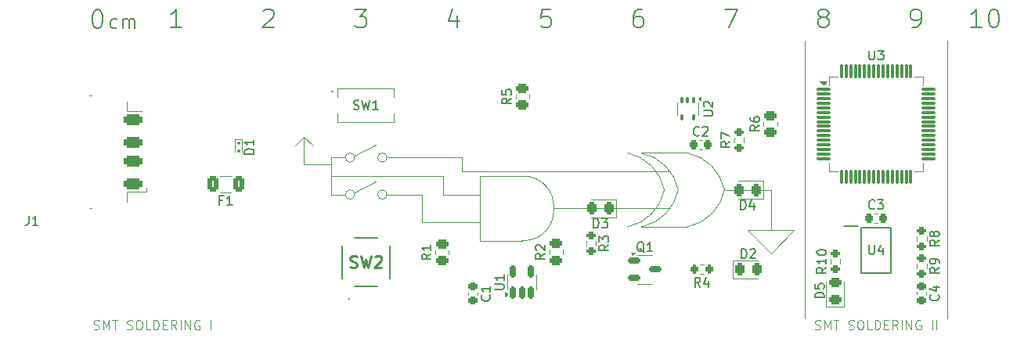
<source format=gto>
%TF.GenerationSoftware,KiCad,Pcbnew,9.0.6*%
%TF.CreationDate,2025-11-26T14:41:24-05:00*%
%TF.ProjectId,smt_training,736d745f-7472-4616-996e-696e672e6b69,1.1*%
%TF.SameCoordinates,Original*%
%TF.FileFunction,Legend,Top*%
%TF.FilePolarity,Positive*%
%FSLAX46Y46*%
G04 Gerber Fmt 4.6, Leading zero omitted, Abs format (unit mm)*
G04 Created by KiCad (PCBNEW 9.0.6) date 2025-11-26 14:41:24*
%MOMM*%
%LPD*%
G01*
G04 APERTURE LIST*
G04 Aperture macros list*
%AMRoundRect*
0 Rectangle with rounded corners*
0 $1 Rounding radius*
0 $2 $3 $4 $5 $6 $7 $8 $9 X,Y pos of 4 corners*
0 Add a 4 corners polygon primitive as box body*
4,1,4,$2,$3,$4,$5,$6,$7,$8,$9,$2,$3,0*
0 Add four circle primitives for the rounded corners*
1,1,$1+$1,$2,$3*
1,1,$1+$1,$4,$5*
1,1,$1+$1,$6,$7*
1,1,$1+$1,$8,$9*
0 Add four rect primitives between the rounded corners*
20,1,$1+$1,$2,$3,$4,$5,0*
20,1,$1+$1,$4,$5,$6,$7,0*
20,1,$1+$1,$6,$7,$8,$9,0*
20,1,$1+$1,$8,$9,$2,$3,0*%
G04 Aperture macros list end*
%ADD10C,0.100000*%
%ADD11C,0.150000*%
%ADD12C,0.254000*%
%ADD13C,0.120000*%
%ADD14C,0.200000*%
%ADD15C,0.250000*%
%ADD16RoundRect,0.250000X0.450000X-0.262500X0.450000X0.262500X-0.450000X0.262500X-0.450000X-0.262500X0*%
%ADD17RoundRect,0.200000X0.275000X-0.200000X0.275000X0.200000X-0.275000X0.200000X-0.275000X-0.200000X0*%
%ADD18RoundRect,0.090000X0.110000X-0.090000X0.110000X0.090000X-0.110000X0.090000X-0.110000X-0.090000X0*%
%ADD19RoundRect,0.243750X-0.243750X-0.456250X0.243750X-0.456250X0.243750X0.456250X-0.243750X0.456250X0*%
%ADD20R,1.500000X0.650000*%
%ADD21RoundRect,0.243750X0.456250X-0.243750X0.456250X0.243750X-0.456250X0.243750X-0.456250X-0.243750X0*%
%ADD22RoundRect,0.200000X-0.275000X0.200000X-0.275000X-0.200000X0.275000X-0.200000X0.275000X0.200000X0*%
%ADD23C,1.100000*%
%ADD24RoundRect,0.300000X0.700000X0.300000X-0.700000X0.300000X-0.700000X-0.300000X0.700000X-0.300000X0*%
%ADD25O,3.200000X1.300000*%
%ADD26RoundRect,0.243750X0.243750X0.456250X-0.243750X0.456250X-0.243750X-0.456250X0.243750X-0.456250X0*%
%ADD27RoundRect,0.150000X-0.512500X-0.150000X0.512500X-0.150000X0.512500X0.150000X-0.512500X0.150000X0*%
%ADD28RoundRect,0.075000X-0.700000X-0.075000X0.700000X-0.075000X0.700000X0.075000X-0.700000X0.075000X0*%
%ADD29RoundRect,0.075000X-0.075000X-0.700000X0.075000X-0.700000X0.075000X0.700000X-0.075000X0.700000X0*%
%ADD30RoundRect,0.225000X-0.225000X-0.250000X0.225000X-0.250000X0.225000X0.250000X-0.225000X0.250000X0*%
%ADD31RoundRect,0.200000X0.200000X0.275000X-0.200000X0.275000X-0.200000X-0.275000X0.200000X-0.275000X0*%
%ADD32RoundRect,0.100000X-0.100000X0.225000X-0.100000X-0.225000X0.100000X-0.225000X0.100000X0.225000X0*%
%ADD33RoundRect,0.225000X-0.250000X0.225000X-0.250000X-0.225000X0.250000X-0.225000X0.250000X0.225000X0*%
%ADD34RoundRect,0.150000X0.150000X-0.512500X0.150000X0.512500X-0.150000X0.512500X-0.150000X-0.512500X0*%
%ADD35R,0.700000X1.000000*%
%ADD36R,2.400000X1.000000*%
%ADD37RoundRect,0.250000X0.375000X0.625000X-0.375000X0.625000X-0.375000X-0.625000X0.375000X-0.625000X0*%
%ADD38R,2.400000X2.400000*%
%ADD39R,1.400000X1.400000*%
%ADD40R,0.900000X0.900000*%
%ADD41R,1.800000X1.800000*%
%ADD42R,1.200000X1.200000*%
%ADD43R,4.200000X4.200000*%
%ADD44R,1.600000X1.600000*%
%ADD45R,0.700000X0.700000*%
%ADD46R,0.600000X0.600000*%
%ADD47R,3.400000X3.400000*%
%ADD48R,3.000000X3.000000*%
G04 APERTURE END LIST*
D10*
X74280000Y-59822500D02*
X60380000Y-59822500D01*
X46190000Y-60322500D02*
X58220000Y-60322500D01*
X58220000Y-61322500D02*
X58220000Y-62322500D01*
X60280000Y-58322500D02*
X53690000Y-58322500D01*
X89690000Y-61822502D02*
X93730000Y-61822502D01*
X112790000Y-75692500D02*
X112790000Y-45692500D01*
X58280000Y-65322500D02*
X55950000Y-65322500D01*
X58280000Y-62322500D02*
X58220000Y-62322500D01*
X55950000Y-65322500D02*
X55950000Y-63822502D01*
X43220000Y-59052500D02*
X46190000Y-59052500D01*
X97390000Y-75692500D02*
X97390000Y-45692500D01*
X58220000Y-60322500D02*
X58220000Y-61322500D01*
X60380000Y-59822500D02*
X60280000Y-59822500D01*
X60280000Y-58322500D02*
X60280000Y-59822500D01*
X74280000Y-59822500D02*
X77290000Y-59822502D01*
X46190000Y-58322500D02*
X46190000Y-62322500D01*
X74280000Y-63822500D02*
X77290000Y-63822502D01*
X53690000Y-62322500D02*
X55950000Y-62322500D01*
X55950000Y-62322500D02*
X55950000Y-63822502D01*
X93730000Y-63172500D02*
X93730000Y-61822500D01*
X20476265Y-76877300D02*
X20619122Y-76924919D01*
X20619122Y-76924919D02*
X20857217Y-76924919D01*
X20857217Y-76924919D02*
X20952455Y-76877300D01*
X20952455Y-76877300D02*
X21000074Y-76829680D01*
X21000074Y-76829680D02*
X21047693Y-76734442D01*
X21047693Y-76734442D02*
X21047693Y-76639204D01*
X21047693Y-76639204D02*
X21000074Y-76543966D01*
X21000074Y-76543966D02*
X20952455Y-76496347D01*
X20952455Y-76496347D02*
X20857217Y-76448728D01*
X20857217Y-76448728D02*
X20666741Y-76401109D01*
X20666741Y-76401109D02*
X20571503Y-76353490D01*
X20571503Y-76353490D02*
X20523884Y-76305871D01*
X20523884Y-76305871D02*
X20476265Y-76210633D01*
X20476265Y-76210633D02*
X20476265Y-76115395D01*
X20476265Y-76115395D02*
X20523884Y-76020157D01*
X20523884Y-76020157D02*
X20571503Y-75972538D01*
X20571503Y-75972538D02*
X20666741Y-75924919D01*
X20666741Y-75924919D02*
X20904836Y-75924919D01*
X20904836Y-75924919D02*
X21047693Y-75972538D01*
X21476265Y-76924919D02*
X21476265Y-75924919D01*
X21476265Y-75924919D02*
X21809598Y-76639204D01*
X21809598Y-76639204D02*
X22142931Y-75924919D01*
X22142931Y-75924919D02*
X22142931Y-76924919D01*
X22476265Y-75924919D02*
X23047693Y-75924919D01*
X22761979Y-76924919D02*
X22761979Y-75924919D01*
X24095313Y-76877300D02*
X24238170Y-76924919D01*
X24238170Y-76924919D02*
X24476265Y-76924919D01*
X24476265Y-76924919D02*
X24571503Y-76877300D01*
X24571503Y-76877300D02*
X24619122Y-76829680D01*
X24619122Y-76829680D02*
X24666741Y-76734442D01*
X24666741Y-76734442D02*
X24666741Y-76639204D01*
X24666741Y-76639204D02*
X24619122Y-76543966D01*
X24619122Y-76543966D02*
X24571503Y-76496347D01*
X24571503Y-76496347D02*
X24476265Y-76448728D01*
X24476265Y-76448728D02*
X24285789Y-76401109D01*
X24285789Y-76401109D02*
X24190551Y-76353490D01*
X24190551Y-76353490D02*
X24142932Y-76305871D01*
X24142932Y-76305871D02*
X24095313Y-76210633D01*
X24095313Y-76210633D02*
X24095313Y-76115395D01*
X24095313Y-76115395D02*
X24142932Y-76020157D01*
X24142932Y-76020157D02*
X24190551Y-75972538D01*
X24190551Y-75972538D02*
X24285789Y-75924919D01*
X24285789Y-75924919D02*
X24523884Y-75924919D01*
X24523884Y-75924919D02*
X24666741Y-75972538D01*
X25285789Y-75924919D02*
X25476265Y-75924919D01*
X25476265Y-75924919D02*
X25571503Y-75972538D01*
X25571503Y-75972538D02*
X25666741Y-76067776D01*
X25666741Y-76067776D02*
X25714360Y-76258252D01*
X25714360Y-76258252D02*
X25714360Y-76591585D01*
X25714360Y-76591585D02*
X25666741Y-76782061D01*
X25666741Y-76782061D02*
X25571503Y-76877300D01*
X25571503Y-76877300D02*
X25476265Y-76924919D01*
X25476265Y-76924919D02*
X25285789Y-76924919D01*
X25285789Y-76924919D02*
X25190551Y-76877300D01*
X25190551Y-76877300D02*
X25095313Y-76782061D01*
X25095313Y-76782061D02*
X25047694Y-76591585D01*
X25047694Y-76591585D02*
X25047694Y-76258252D01*
X25047694Y-76258252D02*
X25095313Y-76067776D01*
X25095313Y-76067776D02*
X25190551Y-75972538D01*
X25190551Y-75972538D02*
X25285789Y-75924919D01*
X26619122Y-76924919D02*
X26142932Y-76924919D01*
X26142932Y-76924919D02*
X26142932Y-75924919D01*
X26952456Y-76924919D02*
X26952456Y-75924919D01*
X26952456Y-75924919D02*
X27190551Y-75924919D01*
X27190551Y-75924919D02*
X27333408Y-75972538D01*
X27333408Y-75972538D02*
X27428646Y-76067776D01*
X27428646Y-76067776D02*
X27476265Y-76163014D01*
X27476265Y-76163014D02*
X27523884Y-76353490D01*
X27523884Y-76353490D02*
X27523884Y-76496347D01*
X27523884Y-76496347D02*
X27476265Y-76686823D01*
X27476265Y-76686823D02*
X27428646Y-76782061D01*
X27428646Y-76782061D02*
X27333408Y-76877300D01*
X27333408Y-76877300D02*
X27190551Y-76924919D01*
X27190551Y-76924919D02*
X26952456Y-76924919D01*
X27952456Y-76401109D02*
X28285789Y-76401109D01*
X28428646Y-76924919D02*
X27952456Y-76924919D01*
X27952456Y-76924919D02*
X27952456Y-75924919D01*
X27952456Y-75924919D02*
X28428646Y-75924919D01*
X29428646Y-76924919D02*
X29095313Y-76448728D01*
X28857218Y-76924919D02*
X28857218Y-75924919D01*
X28857218Y-75924919D02*
X29238170Y-75924919D01*
X29238170Y-75924919D02*
X29333408Y-75972538D01*
X29333408Y-75972538D02*
X29381027Y-76020157D01*
X29381027Y-76020157D02*
X29428646Y-76115395D01*
X29428646Y-76115395D02*
X29428646Y-76258252D01*
X29428646Y-76258252D02*
X29381027Y-76353490D01*
X29381027Y-76353490D02*
X29333408Y-76401109D01*
X29333408Y-76401109D02*
X29238170Y-76448728D01*
X29238170Y-76448728D02*
X28857218Y-76448728D01*
X29857218Y-76924919D02*
X29857218Y-75924919D01*
X30333408Y-76924919D02*
X30333408Y-75924919D01*
X30333408Y-75924919D02*
X30904836Y-76924919D01*
X30904836Y-76924919D02*
X30904836Y-75924919D01*
X31904836Y-75972538D02*
X31809598Y-75924919D01*
X31809598Y-75924919D02*
X31666741Y-75924919D01*
X31666741Y-75924919D02*
X31523884Y-75972538D01*
X31523884Y-75972538D02*
X31428646Y-76067776D01*
X31428646Y-76067776D02*
X31381027Y-76163014D01*
X31381027Y-76163014D02*
X31333408Y-76353490D01*
X31333408Y-76353490D02*
X31333408Y-76496347D01*
X31333408Y-76496347D02*
X31381027Y-76686823D01*
X31381027Y-76686823D02*
X31428646Y-76782061D01*
X31428646Y-76782061D02*
X31523884Y-76877300D01*
X31523884Y-76877300D02*
X31666741Y-76924919D01*
X31666741Y-76924919D02*
X31761979Y-76924919D01*
X31761979Y-76924919D02*
X31904836Y-76877300D01*
X31904836Y-76877300D02*
X31952455Y-76829680D01*
X31952455Y-76829680D02*
X31952455Y-76496347D01*
X31952455Y-76496347D02*
X31761979Y-76496347D01*
X33142932Y-76924919D02*
X33142932Y-75924919D01*
X98476265Y-76877300D02*
X98619122Y-76924919D01*
X98619122Y-76924919D02*
X98857217Y-76924919D01*
X98857217Y-76924919D02*
X98952455Y-76877300D01*
X98952455Y-76877300D02*
X99000074Y-76829680D01*
X99000074Y-76829680D02*
X99047693Y-76734442D01*
X99047693Y-76734442D02*
X99047693Y-76639204D01*
X99047693Y-76639204D02*
X99000074Y-76543966D01*
X99000074Y-76543966D02*
X98952455Y-76496347D01*
X98952455Y-76496347D02*
X98857217Y-76448728D01*
X98857217Y-76448728D02*
X98666741Y-76401109D01*
X98666741Y-76401109D02*
X98571503Y-76353490D01*
X98571503Y-76353490D02*
X98523884Y-76305871D01*
X98523884Y-76305871D02*
X98476265Y-76210633D01*
X98476265Y-76210633D02*
X98476265Y-76115395D01*
X98476265Y-76115395D02*
X98523884Y-76020157D01*
X98523884Y-76020157D02*
X98571503Y-75972538D01*
X98571503Y-75972538D02*
X98666741Y-75924919D01*
X98666741Y-75924919D02*
X98904836Y-75924919D01*
X98904836Y-75924919D02*
X99047693Y-75972538D01*
X99476265Y-76924919D02*
X99476265Y-75924919D01*
X99476265Y-75924919D02*
X99809598Y-76639204D01*
X99809598Y-76639204D02*
X100142931Y-75924919D01*
X100142931Y-75924919D02*
X100142931Y-76924919D01*
X100476265Y-75924919D02*
X101047693Y-75924919D01*
X100761979Y-76924919D02*
X100761979Y-75924919D01*
X102095313Y-76877300D02*
X102238170Y-76924919D01*
X102238170Y-76924919D02*
X102476265Y-76924919D01*
X102476265Y-76924919D02*
X102571503Y-76877300D01*
X102571503Y-76877300D02*
X102619122Y-76829680D01*
X102619122Y-76829680D02*
X102666741Y-76734442D01*
X102666741Y-76734442D02*
X102666741Y-76639204D01*
X102666741Y-76639204D02*
X102619122Y-76543966D01*
X102619122Y-76543966D02*
X102571503Y-76496347D01*
X102571503Y-76496347D02*
X102476265Y-76448728D01*
X102476265Y-76448728D02*
X102285789Y-76401109D01*
X102285789Y-76401109D02*
X102190551Y-76353490D01*
X102190551Y-76353490D02*
X102142932Y-76305871D01*
X102142932Y-76305871D02*
X102095313Y-76210633D01*
X102095313Y-76210633D02*
X102095313Y-76115395D01*
X102095313Y-76115395D02*
X102142932Y-76020157D01*
X102142932Y-76020157D02*
X102190551Y-75972538D01*
X102190551Y-75972538D02*
X102285789Y-75924919D01*
X102285789Y-75924919D02*
X102523884Y-75924919D01*
X102523884Y-75924919D02*
X102666741Y-75972538D01*
X103285789Y-75924919D02*
X103476265Y-75924919D01*
X103476265Y-75924919D02*
X103571503Y-75972538D01*
X103571503Y-75972538D02*
X103666741Y-76067776D01*
X103666741Y-76067776D02*
X103714360Y-76258252D01*
X103714360Y-76258252D02*
X103714360Y-76591585D01*
X103714360Y-76591585D02*
X103666741Y-76782061D01*
X103666741Y-76782061D02*
X103571503Y-76877300D01*
X103571503Y-76877300D02*
X103476265Y-76924919D01*
X103476265Y-76924919D02*
X103285789Y-76924919D01*
X103285789Y-76924919D02*
X103190551Y-76877300D01*
X103190551Y-76877300D02*
X103095313Y-76782061D01*
X103095313Y-76782061D02*
X103047694Y-76591585D01*
X103047694Y-76591585D02*
X103047694Y-76258252D01*
X103047694Y-76258252D02*
X103095313Y-76067776D01*
X103095313Y-76067776D02*
X103190551Y-75972538D01*
X103190551Y-75972538D02*
X103285789Y-75924919D01*
X104619122Y-76924919D02*
X104142932Y-76924919D01*
X104142932Y-76924919D02*
X104142932Y-75924919D01*
X104952456Y-76924919D02*
X104952456Y-75924919D01*
X104952456Y-75924919D02*
X105190551Y-75924919D01*
X105190551Y-75924919D02*
X105333408Y-75972538D01*
X105333408Y-75972538D02*
X105428646Y-76067776D01*
X105428646Y-76067776D02*
X105476265Y-76163014D01*
X105476265Y-76163014D02*
X105523884Y-76353490D01*
X105523884Y-76353490D02*
X105523884Y-76496347D01*
X105523884Y-76496347D02*
X105476265Y-76686823D01*
X105476265Y-76686823D02*
X105428646Y-76782061D01*
X105428646Y-76782061D02*
X105333408Y-76877300D01*
X105333408Y-76877300D02*
X105190551Y-76924919D01*
X105190551Y-76924919D02*
X104952456Y-76924919D01*
X105952456Y-76401109D02*
X106285789Y-76401109D01*
X106428646Y-76924919D02*
X105952456Y-76924919D01*
X105952456Y-76924919D02*
X105952456Y-75924919D01*
X105952456Y-75924919D02*
X106428646Y-75924919D01*
X107428646Y-76924919D02*
X107095313Y-76448728D01*
X106857218Y-76924919D02*
X106857218Y-75924919D01*
X106857218Y-75924919D02*
X107238170Y-75924919D01*
X107238170Y-75924919D02*
X107333408Y-75972538D01*
X107333408Y-75972538D02*
X107381027Y-76020157D01*
X107381027Y-76020157D02*
X107428646Y-76115395D01*
X107428646Y-76115395D02*
X107428646Y-76258252D01*
X107428646Y-76258252D02*
X107381027Y-76353490D01*
X107381027Y-76353490D02*
X107333408Y-76401109D01*
X107333408Y-76401109D02*
X107238170Y-76448728D01*
X107238170Y-76448728D02*
X106857218Y-76448728D01*
X107857218Y-76924919D02*
X107857218Y-75924919D01*
X108333408Y-76924919D02*
X108333408Y-75924919D01*
X108333408Y-75924919D02*
X108904836Y-76924919D01*
X108904836Y-76924919D02*
X108904836Y-75924919D01*
X109904836Y-75972538D02*
X109809598Y-75924919D01*
X109809598Y-75924919D02*
X109666741Y-75924919D01*
X109666741Y-75924919D02*
X109523884Y-75972538D01*
X109523884Y-75972538D02*
X109428646Y-76067776D01*
X109428646Y-76067776D02*
X109381027Y-76163014D01*
X109381027Y-76163014D02*
X109333408Y-76353490D01*
X109333408Y-76353490D02*
X109333408Y-76496347D01*
X109333408Y-76496347D02*
X109381027Y-76686823D01*
X109381027Y-76686823D02*
X109428646Y-76782061D01*
X109428646Y-76782061D02*
X109523884Y-76877300D01*
X109523884Y-76877300D02*
X109666741Y-76924919D01*
X109666741Y-76924919D02*
X109761979Y-76924919D01*
X109761979Y-76924919D02*
X109904836Y-76877300D01*
X109904836Y-76877300D02*
X109952455Y-76829680D01*
X109952455Y-76829680D02*
X109952455Y-76496347D01*
X109952455Y-76496347D02*
X109761979Y-76496347D01*
X111142932Y-76924919D02*
X111142932Y-75924919D01*
X111619122Y-76924919D02*
X111619122Y-75924919D01*
D11*
X69274819Y-68706666D02*
X68798628Y-69039999D01*
X69274819Y-69278094D02*
X68274819Y-69278094D01*
X68274819Y-69278094D02*
X68274819Y-68897142D01*
X68274819Y-68897142D02*
X68322438Y-68801904D01*
X68322438Y-68801904D02*
X68370057Y-68754285D01*
X68370057Y-68754285D02*
X68465295Y-68706666D01*
X68465295Y-68706666D02*
X68608152Y-68706666D01*
X68608152Y-68706666D02*
X68703390Y-68754285D01*
X68703390Y-68754285D02*
X68751009Y-68801904D01*
X68751009Y-68801904D02*
X68798628Y-68897142D01*
X68798628Y-68897142D02*
X68798628Y-69278094D01*
X68370057Y-68325713D02*
X68322438Y-68278094D01*
X68322438Y-68278094D02*
X68274819Y-68182856D01*
X68274819Y-68182856D02*
X68274819Y-67944761D01*
X68274819Y-67944761D02*
X68322438Y-67849523D01*
X68322438Y-67849523D02*
X68370057Y-67801904D01*
X68370057Y-67801904D02*
X68465295Y-67754285D01*
X68465295Y-67754285D02*
X68560533Y-67754285D01*
X68560533Y-67754285D02*
X68703390Y-67801904D01*
X68703390Y-67801904D02*
X69274819Y-68373332D01*
X69274819Y-68373332D02*
X69274819Y-67754285D01*
X92464819Y-54846666D02*
X91988628Y-55179999D01*
X92464819Y-55418094D02*
X91464819Y-55418094D01*
X91464819Y-55418094D02*
X91464819Y-55037142D01*
X91464819Y-55037142D02*
X91512438Y-54941904D01*
X91512438Y-54941904D02*
X91560057Y-54894285D01*
X91560057Y-54894285D02*
X91655295Y-54846666D01*
X91655295Y-54846666D02*
X91798152Y-54846666D01*
X91798152Y-54846666D02*
X91893390Y-54894285D01*
X91893390Y-54894285D02*
X91941009Y-54941904D01*
X91941009Y-54941904D02*
X91988628Y-55037142D01*
X91988628Y-55037142D02*
X91988628Y-55418094D01*
X91464819Y-53989523D02*
X91464819Y-54179999D01*
X91464819Y-54179999D02*
X91512438Y-54275237D01*
X91512438Y-54275237D02*
X91560057Y-54322856D01*
X91560057Y-54322856D02*
X91702914Y-54418094D01*
X91702914Y-54418094D02*
X91893390Y-54465713D01*
X91893390Y-54465713D02*
X92274342Y-54465713D01*
X92274342Y-54465713D02*
X92369580Y-54418094D01*
X92369580Y-54418094D02*
X92417200Y-54370475D01*
X92417200Y-54370475D02*
X92464819Y-54275237D01*
X92464819Y-54275237D02*
X92464819Y-54084761D01*
X92464819Y-54084761D02*
X92417200Y-53989523D01*
X92417200Y-53989523D02*
X92369580Y-53941904D01*
X92369580Y-53941904D02*
X92274342Y-53894285D01*
X92274342Y-53894285D02*
X92036247Y-53894285D01*
X92036247Y-53894285D02*
X91941009Y-53941904D01*
X91941009Y-53941904D02*
X91893390Y-53989523D01*
X91893390Y-53989523D02*
X91845771Y-54084761D01*
X91845771Y-54084761D02*
X91845771Y-54275237D01*
X91845771Y-54275237D02*
X91893390Y-54370475D01*
X91893390Y-54370475D02*
X91941009Y-54418094D01*
X91941009Y-54418094D02*
X92036247Y-54465713D01*
X99684819Y-70212607D02*
X99208628Y-70545940D01*
X99684819Y-70784035D02*
X98684819Y-70784035D01*
X98684819Y-70784035D02*
X98684819Y-70403083D01*
X98684819Y-70403083D02*
X98732438Y-70307845D01*
X98732438Y-70307845D02*
X98780057Y-70260226D01*
X98780057Y-70260226D02*
X98875295Y-70212607D01*
X98875295Y-70212607D02*
X99018152Y-70212607D01*
X99018152Y-70212607D02*
X99113390Y-70260226D01*
X99113390Y-70260226D02*
X99161009Y-70307845D01*
X99161009Y-70307845D02*
X99208628Y-70403083D01*
X99208628Y-70403083D02*
X99208628Y-70784035D01*
X99684819Y-69260226D02*
X99684819Y-69831654D01*
X99684819Y-69545940D02*
X98684819Y-69545940D01*
X98684819Y-69545940D02*
X98827676Y-69641178D01*
X98827676Y-69641178D02*
X98922914Y-69736416D01*
X98922914Y-69736416D02*
X98970533Y-69831654D01*
X98684819Y-68641178D02*
X98684819Y-68545940D01*
X98684819Y-68545940D02*
X98732438Y-68450702D01*
X98732438Y-68450702D02*
X98780057Y-68403083D01*
X98780057Y-68403083D02*
X98875295Y-68355464D01*
X98875295Y-68355464D02*
X99065771Y-68307845D01*
X99065771Y-68307845D02*
X99303866Y-68307845D01*
X99303866Y-68307845D02*
X99494342Y-68355464D01*
X99494342Y-68355464D02*
X99589580Y-68403083D01*
X99589580Y-68403083D02*
X99637200Y-68450702D01*
X99637200Y-68450702D02*
X99684819Y-68545940D01*
X99684819Y-68545940D02*
X99684819Y-68641178D01*
X99684819Y-68641178D02*
X99637200Y-68736416D01*
X99637200Y-68736416D02*
X99589580Y-68784035D01*
X99589580Y-68784035D02*
X99494342Y-68831654D01*
X99494342Y-68831654D02*
X99303866Y-68879273D01*
X99303866Y-68879273D02*
X99065771Y-68879273D01*
X99065771Y-68879273D02*
X98875295Y-68831654D01*
X98875295Y-68831654D02*
X98780057Y-68784035D01*
X98780057Y-68784035D02*
X98732438Y-68736416D01*
X98732438Y-68736416D02*
X98684819Y-68641178D01*
X65634819Y-51906666D02*
X65158628Y-52239999D01*
X65634819Y-52478094D02*
X64634819Y-52478094D01*
X64634819Y-52478094D02*
X64634819Y-52097142D01*
X64634819Y-52097142D02*
X64682438Y-52001904D01*
X64682438Y-52001904D02*
X64730057Y-51954285D01*
X64730057Y-51954285D02*
X64825295Y-51906666D01*
X64825295Y-51906666D02*
X64968152Y-51906666D01*
X64968152Y-51906666D02*
X65063390Y-51954285D01*
X65063390Y-51954285D02*
X65111009Y-52001904D01*
X65111009Y-52001904D02*
X65158628Y-52097142D01*
X65158628Y-52097142D02*
X65158628Y-52478094D01*
X64634819Y-51001904D02*
X64634819Y-51478094D01*
X64634819Y-51478094D02*
X65111009Y-51525713D01*
X65111009Y-51525713D02*
X65063390Y-51478094D01*
X65063390Y-51478094D02*
X65015771Y-51382856D01*
X65015771Y-51382856D02*
X65015771Y-51144761D01*
X65015771Y-51144761D02*
X65063390Y-51049523D01*
X65063390Y-51049523D02*
X65111009Y-51001904D01*
X65111009Y-51001904D02*
X65206247Y-50954285D01*
X65206247Y-50954285D02*
X65444342Y-50954285D01*
X65444342Y-50954285D02*
X65539580Y-51001904D01*
X65539580Y-51001904D02*
X65587200Y-51049523D01*
X65587200Y-51049523D02*
X65634819Y-51144761D01*
X65634819Y-51144761D02*
X65634819Y-51382856D01*
X65634819Y-51382856D02*
X65587200Y-51478094D01*
X65587200Y-51478094D02*
X65539580Y-51525713D01*
X37794819Y-57928094D02*
X36794819Y-57928094D01*
X36794819Y-57928094D02*
X36794819Y-57689999D01*
X36794819Y-57689999D02*
X36842438Y-57547142D01*
X36842438Y-57547142D02*
X36937676Y-57451904D01*
X36937676Y-57451904D02*
X37032914Y-57404285D01*
X37032914Y-57404285D02*
X37223390Y-57356666D01*
X37223390Y-57356666D02*
X37366247Y-57356666D01*
X37366247Y-57356666D02*
X37556723Y-57404285D01*
X37556723Y-57404285D02*
X37651961Y-57451904D01*
X37651961Y-57451904D02*
X37747200Y-57547142D01*
X37747200Y-57547142D02*
X37794819Y-57689999D01*
X37794819Y-57689999D02*
X37794819Y-57928094D01*
X37794819Y-56404285D02*
X37794819Y-56975713D01*
X37794819Y-56689999D02*
X36794819Y-56689999D01*
X36794819Y-56689999D02*
X36937676Y-56785237D01*
X36937676Y-56785237D02*
X37032914Y-56880475D01*
X37032914Y-56880475D02*
X37080533Y-56975713D01*
X90518155Y-69224819D02*
X90518155Y-68224819D01*
X90518155Y-68224819D02*
X90756250Y-68224819D01*
X90756250Y-68224819D02*
X90899107Y-68272438D01*
X90899107Y-68272438D02*
X90994345Y-68367676D01*
X90994345Y-68367676D02*
X91041964Y-68462914D01*
X91041964Y-68462914D02*
X91089583Y-68653390D01*
X91089583Y-68653390D02*
X91089583Y-68796247D01*
X91089583Y-68796247D02*
X91041964Y-68986723D01*
X91041964Y-68986723D02*
X90994345Y-69081961D01*
X90994345Y-69081961D02*
X90899107Y-69177200D01*
X90899107Y-69177200D02*
X90756250Y-69224819D01*
X90756250Y-69224819D02*
X90518155Y-69224819D01*
X91470536Y-68320057D02*
X91518155Y-68272438D01*
X91518155Y-68272438D02*
X91613393Y-68224819D01*
X91613393Y-68224819D02*
X91851488Y-68224819D01*
X91851488Y-68224819D02*
X91946726Y-68272438D01*
X91946726Y-68272438D02*
X91994345Y-68320057D01*
X91994345Y-68320057D02*
X92041964Y-68415295D01*
X92041964Y-68415295D02*
X92041964Y-68510533D01*
X92041964Y-68510533D02*
X91994345Y-68653390D01*
X91994345Y-68653390D02*
X91422917Y-69224819D01*
X91422917Y-69224819D02*
X92041964Y-69224819D01*
X104328095Y-67784819D02*
X104328095Y-68594342D01*
X104328095Y-68594342D02*
X104375714Y-68689580D01*
X104375714Y-68689580D02*
X104423333Y-68737200D01*
X104423333Y-68737200D02*
X104518571Y-68784819D01*
X104518571Y-68784819D02*
X104709047Y-68784819D01*
X104709047Y-68784819D02*
X104804285Y-68737200D01*
X104804285Y-68737200D02*
X104851904Y-68689580D01*
X104851904Y-68689580D02*
X104899523Y-68594342D01*
X104899523Y-68594342D02*
X104899523Y-67784819D01*
X105804285Y-68118152D02*
X105804285Y-68784819D01*
X105566190Y-67737200D02*
X105328095Y-68451485D01*
X105328095Y-68451485D02*
X105947142Y-68451485D01*
X38818571Y-42455414D02*
X38913809Y-42360176D01*
X38913809Y-42360176D02*
X39104285Y-42264938D01*
X39104285Y-42264938D02*
X39580476Y-42264938D01*
X39580476Y-42264938D02*
X39770952Y-42360176D01*
X39770952Y-42360176D02*
X39866190Y-42455414D01*
X39866190Y-42455414D02*
X39961428Y-42645890D01*
X39961428Y-42645890D02*
X39961428Y-42836366D01*
X39961428Y-42836366D02*
X39866190Y-43122080D01*
X39866190Y-43122080D02*
X38723333Y-44264938D01*
X38723333Y-44264938D02*
X39961428Y-44264938D01*
X88723333Y-42264938D02*
X90056666Y-42264938D01*
X90056666Y-42264938D02*
X89199523Y-44264938D01*
X116509047Y-44264938D02*
X115366190Y-44264938D01*
X115937618Y-44264938D02*
X115937618Y-42264938D01*
X115937618Y-42264938D02*
X115747142Y-42550652D01*
X115747142Y-42550652D02*
X115556666Y-42741128D01*
X115556666Y-42741128D02*
X115366190Y-42836366D01*
X117747142Y-42264938D02*
X117937619Y-42264938D01*
X117937619Y-42264938D02*
X118128095Y-42360176D01*
X118128095Y-42360176D02*
X118223333Y-42455414D01*
X118223333Y-42455414D02*
X118318571Y-42645890D01*
X118318571Y-42645890D02*
X118413809Y-43026842D01*
X118413809Y-43026842D02*
X118413809Y-43503033D01*
X118413809Y-43503033D02*
X118318571Y-43883985D01*
X118318571Y-43883985D02*
X118223333Y-44074461D01*
X118223333Y-44074461D02*
X118128095Y-44169700D01*
X118128095Y-44169700D02*
X117937619Y-44264938D01*
X117937619Y-44264938D02*
X117747142Y-44264938D01*
X117747142Y-44264938D02*
X117556666Y-44169700D01*
X117556666Y-44169700D02*
X117461428Y-44074461D01*
X117461428Y-44074461D02*
X117366190Y-43883985D01*
X117366190Y-43883985D02*
X117270952Y-43503033D01*
X117270952Y-43503033D02*
X117270952Y-43026842D01*
X117270952Y-43026842D02*
X117366190Y-42645890D01*
X117366190Y-42645890D02*
X117461428Y-42455414D01*
X117461428Y-42455414D02*
X117556666Y-42360176D01*
X117556666Y-42360176D02*
X117747142Y-42264938D01*
X99199523Y-43122080D02*
X99009047Y-43026842D01*
X99009047Y-43026842D02*
X98913809Y-42931604D01*
X98913809Y-42931604D02*
X98818571Y-42741128D01*
X98818571Y-42741128D02*
X98818571Y-42645890D01*
X98818571Y-42645890D02*
X98913809Y-42455414D01*
X98913809Y-42455414D02*
X99009047Y-42360176D01*
X99009047Y-42360176D02*
X99199523Y-42264938D01*
X99199523Y-42264938D02*
X99580476Y-42264938D01*
X99580476Y-42264938D02*
X99770952Y-42360176D01*
X99770952Y-42360176D02*
X99866190Y-42455414D01*
X99866190Y-42455414D02*
X99961428Y-42645890D01*
X99961428Y-42645890D02*
X99961428Y-42741128D01*
X99961428Y-42741128D02*
X99866190Y-42931604D01*
X99866190Y-42931604D02*
X99770952Y-43026842D01*
X99770952Y-43026842D02*
X99580476Y-43122080D01*
X99580476Y-43122080D02*
X99199523Y-43122080D01*
X99199523Y-43122080D02*
X99009047Y-43217319D01*
X99009047Y-43217319D02*
X98913809Y-43312557D01*
X98913809Y-43312557D02*
X98818571Y-43503033D01*
X98818571Y-43503033D02*
X98818571Y-43883985D01*
X98818571Y-43883985D02*
X98913809Y-44074461D01*
X98913809Y-44074461D02*
X99009047Y-44169700D01*
X99009047Y-44169700D02*
X99199523Y-44264938D01*
X99199523Y-44264938D02*
X99580476Y-44264938D01*
X99580476Y-44264938D02*
X99770952Y-44169700D01*
X99770952Y-44169700D02*
X99866190Y-44074461D01*
X99866190Y-44074461D02*
X99961428Y-43883985D01*
X99961428Y-43883985D02*
X99961428Y-43503033D01*
X99961428Y-43503033D02*
X99866190Y-43312557D01*
X99866190Y-43312557D02*
X99770952Y-43217319D01*
X99770952Y-43217319D02*
X99580476Y-43122080D01*
X59770952Y-42931604D02*
X59770952Y-44264938D01*
X59294761Y-42169700D02*
X58818571Y-43598271D01*
X58818571Y-43598271D02*
X60056666Y-43598271D01*
X29961428Y-44264938D02*
X28818571Y-44264938D01*
X29389999Y-44264938D02*
X29389999Y-42264938D01*
X29389999Y-42264938D02*
X29199523Y-42550652D01*
X29199523Y-42550652D02*
X29009047Y-42741128D01*
X29009047Y-42741128D02*
X28818571Y-42836366D01*
X22988684Y-44272200D02*
X22845826Y-44343628D01*
X22845826Y-44343628D02*
X22560112Y-44343628D01*
X22560112Y-44343628D02*
X22417255Y-44272200D01*
X22417255Y-44272200D02*
X22345826Y-44200771D01*
X22345826Y-44200771D02*
X22274398Y-44057914D01*
X22274398Y-44057914D02*
X22274398Y-43629342D01*
X22274398Y-43629342D02*
X22345826Y-43486485D01*
X22345826Y-43486485D02*
X22417255Y-43415057D01*
X22417255Y-43415057D02*
X22560112Y-43343628D01*
X22560112Y-43343628D02*
X22845826Y-43343628D01*
X22845826Y-43343628D02*
X22988684Y-43415057D01*
X23631540Y-44343628D02*
X23631540Y-43343628D01*
X23631540Y-43486485D02*
X23702969Y-43415057D01*
X23702969Y-43415057D02*
X23845826Y-43343628D01*
X23845826Y-43343628D02*
X24060112Y-43343628D01*
X24060112Y-43343628D02*
X24202969Y-43415057D01*
X24202969Y-43415057D02*
X24274398Y-43557914D01*
X24274398Y-43557914D02*
X24274398Y-44343628D01*
X24274398Y-43557914D02*
X24345826Y-43415057D01*
X24345826Y-43415057D02*
X24488683Y-43343628D01*
X24488683Y-43343628D02*
X24702969Y-43343628D01*
X24702969Y-43343628D02*
X24845826Y-43415057D01*
X24845826Y-43415057D02*
X24917255Y-43557914D01*
X24917255Y-43557914D02*
X24917255Y-44343628D01*
X109009047Y-44264938D02*
X109389999Y-44264938D01*
X109389999Y-44264938D02*
X109580476Y-44169700D01*
X109580476Y-44169700D02*
X109675714Y-44074461D01*
X109675714Y-44074461D02*
X109866190Y-43788747D01*
X109866190Y-43788747D02*
X109961428Y-43407795D01*
X109961428Y-43407795D02*
X109961428Y-42645890D01*
X109961428Y-42645890D02*
X109866190Y-42455414D01*
X109866190Y-42455414D02*
X109770952Y-42360176D01*
X109770952Y-42360176D02*
X109580476Y-42264938D01*
X109580476Y-42264938D02*
X109199523Y-42264938D01*
X109199523Y-42264938D02*
X109009047Y-42360176D01*
X109009047Y-42360176D02*
X108913809Y-42455414D01*
X108913809Y-42455414D02*
X108818571Y-42645890D01*
X108818571Y-42645890D02*
X108818571Y-43122080D01*
X108818571Y-43122080D02*
X108913809Y-43312557D01*
X108913809Y-43312557D02*
X109009047Y-43407795D01*
X109009047Y-43407795D02*
X109199523Y-43503033D01*
X109199523Y-43503033D02*
X109580476Y-43503033D01*
X109580476Y-43503033D02*
X109770952Y-43407795D01*
X109770952Y-43407795D02*
X109866190Y-43312557D01*
X109866190Y-43312557D02*
X109961428Y-43122080D01*
X69866190Y-42264938D02*
X68913809Y-42264938D01*
X68913809Y-42264938D02*
X68818571Y-43217319D01*
X68818571Y-43217319D02*
X68913809Y-43122080D01*
X68913809Y-43122080D02*
X69104285Y-43026842D01*
X69104285Y-43026842D02*
X69580476Y-43026842D01*
X69580476Y-43026842D02*
X69770952Y-43122080D01*
X69770952Y-43122080D02*
X69866190Y-43217319D01*
X69866190Y-43217319D02*
X69961428Y-43407795D01*
X69961428Y-43407795D02*
X69961428Y-43883985D01*
X69961428Y-43883985D02*
X69866190Y-44074461D01*
X69866190Y-44074461D02*
X69770952Y-44169700D01*
X69770952Y-44169700D02*
X69580476Y-44264938D01*
X69580476Y-44264938D02*
X69104285Y-44264938D01*
X69104285Y-44264938D02*
X68913809Y-44169700D01*
X68913809Y-44169700D02*
X68818571Y-44074461D01*
X79770952Y-42264938D02*
X79389999Y-42264938D01*
X79389999Y-42264938D02*
X79199523Y-42360176D01*
X79199523Y-42360176D02*
X79104285Y-42455414D01*
X79104285Y-42455414D02*
X78913809Y-42741128D01*
X78913809Y-42741128D02*
X78818571Y-43122080D01*
X78818571Y-43122080D02*
X78818571Y-43883985D01*
X78818571Y-43883985D02*
X78913809Y-44074461D01*
X78913809Y-44074461D02*
X79009047Y-44169700D01*
X79009047Y-44169700D02*
X79199523Y-44264938D01*
X79199523Y-44264938D02*
X79580476Y-44264938D01*
X79580476Y-44264938D02*
X79770952Y-44169700D01*
X79770952Y-44169700D02*
X79866190Y-44074461D01*
X79866190Y-44074461D02*
X79961428Y-43883985D01*
X79961428Y-43883985D02*
X79961428Y-43407795D01*
X79961428Y-43407795D02*
X79866190Y-43217319D01*
X79866190Y-43217319D02*
X79770952Y-43122080D01*
X79770952Y-43122080D02*
X79580476Y-43026842D01*
X79580476Y-43026842D02*
X79199523Y-43026842D01*
X79199523Y-43026842D02*
X79009047Y-43122080D01*
X79009047Y-43122080D02*
X78913809Y-43217319D01*
X78913809Y-43217319D02*
X78818571Y-43407795D01*
X48723333Y-42264938D02*
X49961428Y-42264938D01*
X49961428Y-42264938D02*
X49294761Y-43026842D01*
X49294761Y-43026842D02*
X49580476Y-43026842D01*
X49580476Y-43026842D02*
X49770952Y-43122080D01*
X49770952Y-43122080D02*
X49866190Y-43217319D01*
X49866190Y-43217319D02*
X49961428Y-43407795D01*
X49961428Y-43407795D02*
X49961428Y-43883985D01*
X49961428Y-43883985D02*
X49866190Y-44074461D01*
X49866190Y-44074461D02*
X49770952Y-44169700D01*
X49770952Y-44169700D02*
X49580476Y-44264938D01*
X49580476Y-44264938D02*
X49009047Y-44264938D01*
X49009047Y-44264938D02*
X48818571Y-44169700D01*
X48818571Y-44169700D02*
X48723333Y-44074461D01*
X20794761Y-42324938D02*
X20985238Y-42324938D01*
X20985238Y-42324938D02*
X21175714Y-42420176D01*
X21175714Y-42420176D02*
X21270952Y-42515414D01*
X21270952Y-42515414D02*
X21366190Y-42705890D01*
X21366190Y-42705890D02*
X21461428Y-43086842D01*
X21461428Y-43086842D02*
X21461428Y-43563033D01*
X21461428Y-43563033D02*
X21366190Y-43943985D01*
X21366190Y-43943985D02*
X21270952Y-44134461D01*
X21270952Y-44134461D02*
X21175714Y-44229700D01*
X21175714Y-44229700D02*
X20985238Y-44324938D01*
X20985238Y-44324938D02*
X20794761Y-44324938D01*
X20794761Y-44324938D02*
X20604285Y-44229700D01*
X20604285Y-44229700D02*
X20509047Y-44134461D01*
X20509047Y-44134461D02*
X20413809Y-43943985D01*
X20413809Y-43943985D02*
X20318571Y-43563033D01*
X20318571Y-43563033D02*
X20318571Y-43086842D01*
X20318571Y-43086842D02*
X20413809Y-42705890D01*
X20413809Y-42705890D02*
X20509047Y-42515414D01*
X20509047Y-42515414D02*
X20604285Y-42420176D01*
X20604285Y-42420176D02*
X20794761Y-42324938D01*
X99464819Y-73472844D02*
X98464819Y-73472844D01*
X98464819Y-73472844D02*
X98464819Y-73234749D01*
X98464819Y-73234749D02*
X98512438Y-73091892D01*
X98512438Y-73091892D02*
X98607676Y-72996654D01*
X98607676Y-72996654D02*
X98702914Y-72949035D01*
X98702914Y-72949035D02*
X98893390Y-72901416D01*
X98893390Y-72901416D02*
X99036247Y-72901416D01*
X99036247Y-72901416D02*
X99226723Y-72949035D01*
X99226723Y-72949035D02*
X99321961Y-72996654D01*
X99321961Y-72996654D02*
X99417200Y-73091892D01*
X99417200Y-73091892D02*
X99464819Y-73234749D01*
X99464819Y-73234749D02*
X99464819Y-73472844D01*
X98464819Y-71996654D02*
X98464819Y-72472844D01*
X98464819Y-72472844D02*
X98941009Y-72520463D01*
X98941009Y-72520463D02*
X98893390Y-72472844D01*
X98893390Y-72472844D02*
X98845771Y-72377606D01*
X98845771Y-72377606D02*
X98845771Y-72139511D01*
X98845771Y-72139511D02*
X98893390Y-72044273D01*
X98893390Y-72044273D02*
X98941009Y-71996654D01*
X98941009Y-71996654D02*
X99036247Y-71949035D01*
X99036247Y-71949035D02*
X99274342Y-71949035D01*
X99274342Y-71949035D02*
X99369580Y-71996654D01*
X99369580Y-71996654D02*
X99417200Y-72044273D01*
X99417200Y-72044273D02*
X99464819Y-72139511D01*
X99464819Y-72139511D02*
X99464819Y-72377606D01*
X99464819Y-72377606D02*
X99417200Y-72472844D01*
X99417200Y-72472844D02*
X99369580Y-72520463D01*
X111904819Y-67251666D02*
X111428628Y-67584999D01*
X111904819Y-67823094D02*
X110904819Y-67823094D01*
X110904819Y-67823094D02*
X110904819Y-67442142D01*
X110904819Y-67442142D02*
X110952438Y-67346904D01*
X110952438Y-67346904D02*
X111000057Y-67299285D01*
X111000057Y-67299285D02*
X111095295Y-67251666D01*
X111095295Y-67251666D02*
X111238152Y-67251666D01*
X111238152Y-67251666D02*
X111333390Y-67299285D01*
X111333390Y-67299285D02*
X111381009Y-67346904D01*
X111381009Y-67346904D02*
X111428628Y-67442142D01*
X111428628Y-67442142D02*
X111428628Y-67823094D01*
X111333390Y-66680237D02*
X111285771Y-66775475D01*
X111285771Y-66775475D02*
X111238152Y-66823094D01*
X111238152Y-66823094D02*
X111142914Y-66870713D01*
X111142914Y-66870713D02*
X111095295Y-66870713D01*
X111095295Y-66870713D02*
X111000057Y-66823094D01*
X111000057Y-66823094D02*
X110952438Y-66775475D01*
X110952438Y-66775475D02*
X110904819Y-66680237D01*
X110904819Y-66680237D02*
X110904819Y-66489761D01*
X110904819Y-66489761D02*
X110952438Y-66394523D01*
X110952438Y-66394523D02*
X111000057Y-66346904D01*
X111000057Y-66346904D02*
X111095295Y-66299285D01*
X111095295Y-66299285D02*
X111142914Y-66299285D01*
X111142914Y-66299285D02*
X111238152Y-66346904D01*
X111238152Y-66346904D02*
X111285771Y-66394523D01*
X111285771Y-66394523D02*
X111333390Y-66489761D01*
X111333390Y-66489761D02*
X111333390Y-66680237D01*
X111333390Y-66680237D02*
X111381009Y-66775475D01*
X111381009Y-66775475D02*
X111428628Y-66823094D01*
X111428628Y-66823094D02*
X111523866Y-66870713D01*
X111523866Y-66870713D02*
X111714342Y-66870713D01*
X111714342Y-66870713D02*
X111809580Y-66823094D01*
X111809580Y-66823094D02*
X111857200Y-66775475D01*
X111857200Y-66775475D02*
X111904819Y-66680237D01*
X111904819Y-66680237D02*
X111904819Y-66489761D01*
X111904819Y-66489761D02*
X111857200Y-66394523D01*
X111857200Y-66394523D02*
X111809580Y-66346904D01*
X111809580Y-66346904D02*
X111714342Y-66299285D01*
X111714342Y-66299285D02*
X111523866Y-66299285D01*
X111523866Y-66299285D02*
X111428628Y-66346904D01*
X111428628Y-66346904D02*
X111381009Y-66394523D01*
X111381009Y-66394523D02*
X111333390Y-66489761D01*
X13431666Y-64647319D02*
X13431666Y-65361604D01*
X13431666Y-65361604D02*
X13384047Y-65504461D01*
X13384047Y-65504461D02*
X13288809Y-65599700D01*
X13288809Y-65599700D02*
X13145952Y-65647319D01*
X13145952Y-65647319D02*
X13050714Y-65647319D01*
X14431666Y-65647319D02*
X13860238Y-65647319D01*
X14145952Y-65647319D02*
X14145952Y-64647319D01*
X14145952Y-64647319D02*
X14050714Y-64790176D01*
X14050714Y-64790176D02*
X13955476Y-64885414D01*
X13955476Y-64885414D02*
X13860238Y-64933033D01*
X90451905Y-63927321D02*
X90451905Y-62927321D01*
X90451905Y-62927321D02*
X90690000Y-62927321D01*
X90690000Y-62927321D02*
X90832857Y-62974940D01*
X90832857Y-62974940D02*
X90928095Y-63070178D01*
X90928095Y-63070178D02*
X90975714Y-63165416D01*
X90975714Y-63165416D02*
X91023333Y-63355892D01*
X91023333Y-63355892D02*
X91023333Y-63498749D01*
X91023333Y-63498749D02*
X90975714Y-63689225D01*
X90975714Y-63689225D02*
X90928095Y-63784463D01*
X90928095Y-63784463D02*
X90832857Y-63879702D01*
X90832857Y-63879702D02*
X90690000Y-63927321D01*
X90690000Y-63927321D02*
X90451905Y-63927321D01*
X91880476Y-63260654D02*
X91880476Y-63927321D01*
X91642381Y-62879702D02*
X91404286Y-63593987D01*
X91404286Y-63593987D02*
X92023333Y-63593987D01*
X76144819Y-67774166D02*
X75668628Y-68107499D01*
X76144819Y-68345594D02*
X75144819Y-68345594D01*
X75144819Y-68345594D02*
X75144819Y-67964642D01*
X75144819Y-67964642D02*
X75192438Y-67869404D01*
X75192438Y-67869404D02*
X75240057Y-67821785D01*
X75240057Y-67821785D02*
X75335295Y-67774166D01*
X75335295Y-67774166D02*
X75478152Y-67774166D01*
X75478152Y-67774166D02*
X75573390Y-67821785D01*
X75573390Y-67821785D02*
X75621009Y-67869404D01*
X75621009Y-67869404D02*
X75668628Y-67964642D01*
X75668628Y-67964642D02*
X75668628Y-68345594D01*
X75144819Y-67440832D02*
X75144819Y-66821785D01*
X75144819Y-66821785D02*
X75525771Y-67155118D01*
X75525771Y-67155118D02*
X75525771Y-67012261D01*
X75525771Y-67012261D02*
X75573390Y-66917023D01*
X75573390Y-66917023D02*
X75621009Y-66869404D01*
X75621009Y-66869404D02*
X75716247Y-66821785D01*
X75716247Y-66821785D02*
X75954342Y-66821785D01*
X75954342Y-66821785D02*
X76049580Y-66869404D01*
X76049580Y-66869404D02*
X76097200Y-66917023D01*
X76097200Y-66917023D02*
X76144819Y-67012261D01*
X76144819Y-67012261D02*
X76144819Y-67297975D01*
X76144819Y-67297975D02*
X76097200Y-67393213D01*
X76097200Y-67393213D02*
X76049580Y-67440832D01*
X79994761Y-68570057D02*
X79899523Y-68522438D01*
X79899523Y-68522438D02*
X79804285Y-68427200D01*
X79804285Y-68427200D02*
X79661428Y-68284342D01*
X79661428Y-68284342D02*
X79566190Y-68236723D01*
X79566190Y-68236723D02*
X79470952Y-68236723D01*
X79518571Y-68474819D02*
X79423333Y-68427200D01*
X79423333Y-68427200D02*
X79328095Y-68331961D01*
X79328095Y-68331961D02*
X79280476Y-68141485D01*
X79280476Y-68141485D02*
X79280476Y-67808152D01*
X79280476Y-67808152D02*
X79328095Y-67617676D01*
X79328095Y-67617676D02*
X79423333Y-67522438D01*
X79423333Y-67522438D02*
X79518571Y-67474819D01*
X79518571Y-67474819D02*
X79709047Y-67474819D01*
X79709047Y-67474819D02*
X79804285Y-67522438D01*
X79804285Y-67522438D02*
X79899523Y-67617676D01*
X79899523Y-67617676D02*
X79947142Y-67808152D01*
X79947142Y-67808152D02*
X79947142Y-68141485D01*
X79947142Y-68141485D02*
X79899523Y-68331961D01*
X79899523Y-68331961D02*
X79804285Y-68427200D01*
X79804285Y-68427200D02*
X79709047Y-68474819D01*
X79709047Y-68474819D02*
X79518571Y-68474819D01*
X80899523Y-68474819D02*
X80328095Y-68474819D01*
X80613809Y-68474819D02*
X80613809Y-67474819D01*
X80613809Y-67474819D02*
X80518571Y-67617676D01*
X80518571Y-67617676D02*
X80423333Y-67712914D01*
X80423333Y-67712914D02*
X80328095Y-67760533D01*
X104328095Y-46747319D02*
X104328095Y-47556842D01*
X104328095Y-47556842D02*
X104375714Y-47652080D01*
X104375714Y-47652080D02*
X104423333Y-47699700D01*
X104423333Y-47699700D02*
X104518571Y-47747319D01*
X104518571Y-47747319D02*
X104709047Y-47747319D01*
X104709047Y-47747319D02*
X104804285Y-47699700D01*
X104804285Y-47699700D02*
X104851904Y-47652080D01*
X104851904Y-47652080D02*
X104899523Y-47556842D01*
X104899523Y-47556842D02*
X104899523Y-46747319D01*
X105280476Y-46747319D02*
X105899523Y-46747319D01*
X105899523Y-46747319D02*
X105566190Y-47128271D01*
X105566190Y-47128271D02*
X105709047Y-47128271D01*
X105709047Y-47128271D02*
X105804285Y-47175890D01*
X105804285Y-47175890D02*
X105851904Y-47223509D01*
X105851904Y-47223509D02*
X105899523Y-47318747D01*
X105899523Y-47318747D02*
X105899523Y-47556842D01*
X105899523Y-47556842D02*
X105851904Y-47652080D01*
X105851904Y-47652080D02*
X105804285Y-47699700D01*
X105804285Y-47699700D02*
X105709047Y-47747319D01*
X105709047Y-47747319D02*
X105423333Y-47747319D01*
X105423333Y-47747319D02*
X105328095Y-47699700D01*
X105328095Y-47699700D02*
X105280476Y-47652080D01*
X104923333Y-63804580D02*
X104875714Y-63852200D01*
X104875714Y-63852200D02*
X104732857Y-63899819D01*
X104732857Y-63899819D02*
X104637619Y-63899819D01*
X104637619Y-63899819D02*
X104494762Y-63852200D01*
X104494762Y-63852200D02*
X104399524Y-63756961D01*
X104399524Y-63756961D02*
X104351905Y-63661723D01*
X104351905Y-63661723D02*
X104304286Y-63471247D01*
X104304286Y-63471247D02*
X104304286Y-63328390D01*
X104304286Y-63328390D02*
X104351905Y-63137914D01*
X104351905Y-63137914D02*
X104399524Y-63042676D01*
X104399524Y-63042676D02*
X104494762Y-62947438D01*
X104494762Y-62947438D02*
X104637619Y-62899819D01*
X104637619Y-62899819D02*
X104732857Y-62899819D01*
X104732857Y-62899819D02*
X104875714Y-62947438D01*
X104875714Y-62947438D02*
X104923333Y-62995057D01*
X105256667Y-62899819D02*
X105875714Y-62899819D01*
X105875714Y-62899819D02*
X105542381Y-63280771D01*
X105542381Y-63280771D02*
X105685238Y-63280771D01*
X105685238Y-63280771D02*
X105780476Y-63328390D01*
X105780476Y-63328390D02*
X105828095Y-63376009D01*
X105828095Y-63376009D02*
X105875714Y-63471247D01*
X105875714Y-63471247D02*
X105875714Y-63709342D01*
X105875714Y-63709342D02*
X105828095Y-63804580D01*
X105828095Y-63804580D02*
X105780476Y-63852200D01*
X105780476Y-63852200D02*
X105685238Y-63899819D01*
X105685238Y-63899819D02*
X105399524Y-63899819D01*
X105399524Y-63899819D02*
X105304286Y-63852200D01*
X105304286Y-63852200D02*
X105256667Y-63804580D01*
X85943333Y-55879580D02*
X85895714Y-55927200D01*
X85895714Y-55927200D02*
X85752857Y-55974819D01*
X85752857Y-55974819D02*
X85657619Y-55974819D01*
X85657619Y-55974819D02*
X85514762Y-55927200D01*
X85514762Y-55927200D02*
X85419524Y-55831961D01*
X85419524Y-55831961D02*
X85371905Y-55736723D01*
X85371905Y-55736723D02*
X85324286Y-55546247D01*
X85324286Y-55546247D02*
X85324286Y-55403390D01*
X85324286Y-55403390D02*
X85371905Y-55212914D01*
X85371905Y-55212914D02*
X85419524Y-55117676D01*
X85419524Y-55117676D02*
X85514762Y-55022438D01*
X85514762Y-55022438D02*
X85657619Y-54974819D01*
X85657619Y-54974819D02*
X85752857Y-54974819D01*
X85752857Y-54974819D02*
X85895714Y-55022438D01*
X85895714Y-55022438D02*
X85943333Y-55070057D01*
X86324286Y-55070057D02*
X86371905Y-55022438D01*
X86371905Y-55022438D02*
X86467143Y-54974819D01*
X86467143Y-54974819D02*
X86705238Y-54974819D01*
X86705238Y-54974819D02*
X86800476Y-55022438D01*
X86800476Y-55022438D02*
X86848095Y-55070057D01*
X86848095Y-55070057D02*
X86895714Y-55165295D01*
X86895714Y-55165295D02*
X86895714Y-55260533D01*
X86895714Y-55260533D02*
X86848095Y-55403390D01*
X86848095Y-55403390D02*
X86276667Y-55974819D01*
X86276667Y-55974819D02*
X86895714Y-55974819D01*
X86069583Y-72304819D02*
X85736250Y-71828628D01*
X85498155Y-72304819D02*
X85498155Y-71304819D01*
X85498155Y-71304819D02*
X85879107Y-71304819D01*
X85879107Y-71304819D02*
X85974345Y-71352438D01*
X85974345Y-71352438D02*
X86021964Y-71400057D01*
X86021964Y-71400057D02*
X86069583Y-71495295D01*
X86069583Y-71495295D02*
X86069583Y-71638152D01*
X86069583Y-71638152D02*
X86021964Y-71733390D01*
X86021964Y-71733390D02*
X85974345Y-71781009D01*
X85974345Y-71781009D02*
X85879107Y-71828628D01*
X85879107Y-71828628D02*
X85498155Y-71828628D01*
X86926726Y-71638152D02*
X86926726Y-72304819D01*
X86688631Y-71257200D02*
X86450536Y-71971485D01*
X86450536Y-71971485D02*
X87069583Y-71971485D01*
X86414819Y-53814404D02*
X87224342Y-53814404D01*
X87224342Y-53814404D02*
X87319580Y-53766785D01*
X87319580Y-53766785D02*
X87367200Y-53719166D01*
X87367200Y-53719166D02*
X87414819Y-53623928D01*
X87414819Y-53623928D02*
X87414819Y-53433452D01*
X87414819Y-53433452D02*
X87367200Y-53338214D01*
X87367200Y-53338214D02*
X87319580Y-53290595D01*
X87319580Y-53290595D02*
X87224342Y-53242976D01*
X87224342Y-53242976D02*
X86414819Y-53242976D01*
X86510057Y-52814404D02*
X86462438Y-52766785D01*
X86462438Y-52766785D02*
X86414819Y-52671547D01*
X86414819Y-52671547D02*
X86414819Y-52433452D01*
X86414819Y-52433452D02*
X86462438Y-52338214D01*
X86462438Y-52338214D02*
X86510057Y-52290595D01*
X86510057Y-52290595D02*
X86605295Y-52242976D01*
X86605295Y-52242976D02*
X86700533Y-52242976D01*
X86700533Y-52242976D02*
X86843390Y-52290595D01*
X86843390Y-52290595D02*
X87414819Y-52862023D01*
X87414819Y-52862023D02*
X87414819Y-52242976D01*
X111809580Y-73171666D02*
X111857200Y-73219285D01*
X111857200Y-73219285D02*
X111904819Y-73362142D01*
X111904819Y-73362142D02*
X111904819Y-73457380D01*
X111904819Y-73457380D02*
X111857200Y-73600237D01*
X111857200Y-73600237D02*
X111761961Y-73695475D01*
X111761961Y-73695475D02*
X111666723Y-73743094D01*
X111666723Y-73743094D02*
X111476247Y-73790713D01*
X111476247Y-73790713D02*
X111333390Y-73790713D01*
X111333390Y-73790713D02*
X111142914Y-73743094D01*
X111142914Y-73743094D02*
X111047676Y-73695475D01*
X111047676Y-73695475D02*
X110952438Y-73600237D01*
X110952438Y-73600237D02*
X110904819Y-73457380D01*
X110904819Y-73457380D02*
X110904819Y-73362142D01*
X110904819Y-73362142D02*
X110952438Y-73219285D01*
X110952438Y-73219285D02*
X111000057Y-73171666D01*
X111238152Y-72314523D02*
X111904819Y-72314523D01*
X110857200Y-72552618D02*
X111571485Y-72790713D01*
X111571485Y-72790713D02*
X111571485Y-72171666D01*
X111904819Y-70211666D02*
X111428628Y-70544999D01*
X111904819Y-70783094D02*
X110904819Y-70783094D01*
X110904819Y-70783094D02*
X110904819Y-70402142D01*
X110904819Y-70402142D02*
X110952438Y-70306904D01*
X110952438Y-70306904D02*
X111000057Y-70259285D01*
X111000057Y-70259285D02*
X111095295Y-70211666D01*
X111095295Y-70211666D02*
X111238152Y-70211666D01*
X111238152Y-70211666D02*
X111333390Y-70259285D01*
X111333390Y-70259285D02*
X111381009Y-70306904D01*
X111381009Y-70306904D02*
X111428628Y-70402142D01*
X111428628Y-70402142D02*
X111428628Y-70783094D01*
X111904819Y-69735475D02*
X111904819Y-69544999D01*
X111904819Y-69544999D02*
X111857200Y-69449761D01*
X111857200Y-69449761D02*
X111809580Y-69402142D01*
X111809580Y-69402142D02*
X111666723Y-69306904D01*
X111666723Y-69306904D02*
X111476247Y-69259285D01*
X111476247Y-69259285D02*
X111095295Y-69259285D01*
X111095295Y-69259285D02*
X111000057Y-69306904D01*
X111000057Y-69306904D02*
X110952438Y-69354523D01*
X110952438Y-69354523D02*
X110904819Y-69449761D01*
X110904819Y-69449761D02*
X110904819Y-69640237D01*
X110904819Y-69640237D02*
X110952438Y-69735475D01*
X110952438Y-69735475D02*
X111000057Y-69783094D01*
X111000057Y-69783094D02*
X111095295Y-69830713D01*
X111095295Y-69830713D02*
X111333390Y-69830713D01*
X111333390Y-69830713D02*
X111428628Y-69783094D01*
X111428628Y-69783094D02*
X111476247Y-69735475D01*
X111476247Y-69735475D02*
X111523866Y-69640237D01*
X111523866Y-69640237D02*
X111523866Y-69449761D01*
X111523866Y-69449761D02*
X111476247Y-69354523D01*
X111476247Y-69354523D02*
X111428628Y-69306904D01*
X111428628Y-69306904D02*
X111333390Y-69259285D01*
X63834819Y-72584404D02*
X64644342Y-72584404D01*
X64644342Y-72584404D02*
X64739580Y-72536785D01*
X64739580Y-72536785D02*
X64787200Y-72489166D01*
X64787200Y-72489166D02*
X64834819Y-72393928D01*
X64834819Y-72393928D02*
X64834819Y-72203452D01*
X64834819Y-72203452D02*
X64787200Y-72108214D01*
X64787200Y-72108214D02*
X64739580Y-72060595D01*
X64739580Y-72060595D02*
X64644342Y-72012976D01*
X64644342Y-72012976D02*
X63834819Y-72012976D01*
X64834819Y-71012976D02*
X64834819Y-71584404D01*
X64834819Y-71298690D02*
X63834819Y-71298690D01*
X63834819Y-71298690D02*
X63977676Y-71393928D01*
X63977676Y-71393928D02*
X64072914Y-71489166D01*
X64072914Y-71489166D02*
X64120533Y-71584404D01*
X63279580Y-73216666D02*
X63327200Y-73264285D01*
X63327200Y-73264285D02*
X63374819Y-73407142D01*
X63374819Y-73407142D02*
X63374819Y-73502380D01*
X63374819Y-73502380D02*
X63327200Y-73645237D01*
X63327200Y-73645237D02*
X63231961Y-73740475D01*
X63231961Y-73740475D02*
X63136723Y-73788094D01*
X63136723Y-73788094D02*
X62946247Y-73835713D01*
X62946247Y-73835713D02*
X62803390Y-73835713D01*
X62803390Y-73835713D02*
X62612914Y-73788094D01*
X62612914Y-73788094D02*
X62517676Y-73740475D01*
X62517676Y-73740475D02*
X62422438Y-73645237D01*
X62422438Y-73645237D02*
X62374819Y-73502380D01*
X62374819Y-73502380D02*
X62374819Y-73407142D01*
X62374819Y-73407142D02*
X62422438Y-73264285D01*
X62422438Y-73264285D02*
X62470057Y-73216666D01*
X63374819Y-72264285D02*
X63374819Y-72835713D01*
X63374819Y-72549999D02*
X62374819Y-72549999D01*
X62374819Y-72549999D02*
X62517676Y-72645237D01*
X62517676Y-72645237D02*
X62612914Y-72740475D01*
X62612914Y-72740475D02*
X62660533Y-72835713D01*
X89274819Y-56586666D02*
X88798628Y-56919999D01*
X89274819Y-57158094D02*
X88274819Y-57158094D01*
X88274819Y-57158094D02*
X88274819Y-56777142D01*
X88274819Y-56777142D02*
X88322438Y-56681904D01*
X88322438Y-56681904D02*
X88370057Y-56634285D01*
X88370057Y-56634285D02*
X88465295Y-56586666D01*
X88465295Y-56586666D02*
X88608152Y-56586666D01*
X88608152Y-56586666D02*
X88703390Y-56634285D01*
X88703390Y-56634285D02*
X88751009Y-56681904D01*
X88751009Y-56681904D02*
X88798628Y-56777142D01*
X88798628Y-56777142D02*
X88798628Y-57158094D01*
X88274819Y-56253332D02*
X88274819Y-55586666D01*
X88274819Y-55586666D02*
X89274819Y-56015237D01*
D12*
X48219166Y-70163842D02*
X48400595Y-70224318D01*
X48400595Y-70224318D02*
X48702976Y-70224318D01*
X48702976Y-70224318D02*
X48823928Y-70163842D01*
X48823928Y-70163842D02*
X48884404Y-70103365D01*
X48884404Y-70103365D02*
X48944881Y-69982413D01*
X48944881Y-69982413D02*
X48944881Y-69861461D01*
X48944881Y-69861461D02*
X48884404Y-69740508D01*
X48884404Y-69740508D02*
X48823928Y-69680032D01*
X48823928Y-69680032D02*
X48702976Y-69619556D01*
X48702976Y-69619556D02*
X48461071Y-69559080D01*
X48461071Y-69559080D02*
X48340119Y-69498603D01*
X48340119Y-69498603D02*
X48279642Y-69438127D01*
X48279642Y-69438127D02*
X48219166Y-69317175D01*
X48219166Y-69317175D02*
X48219166Y-69196222D01*
X48219166Y-69196222D02*
X48279642Y-69075270D01*
X48279642Y-69075270D02*
X48340119Y-69014794D01*
X48340119Y-69014794D02*
X48461071Y-68954318D01*
X48461071Y-68954318D02*
X48763452Y-68954318D01*
X48763452Y-68954318D02*
X48944881Y-69014794D01*
X49368214Y-68954318D02*
X49670595Y-70224318D01*
X49670595Y-70224318D02*
X49912500Y-69317175D01*
X49912500Y-69317175D02*
X50154405Y-70224318D01*
X50154405Y-70224318D02*
X50456786Y-68954318D01*
X50880119Y-69075270D02*
X50940595Y-69014794D01*
X50940595Y-69014794D02*
X51061548Y-68954318D01*
X51061548Y-68954318D02*
X51363929Y-68954318D01*
X51363929Y-68954318D02*
X51484881Y-69014794D01*
X51484881Y-69014794D02*
X51545357Y-69075270D01*
X51545357Y-69075270D02*
X51605834Y-69196222D01*
X51605834Y-69196222D02*
X51605834Y-69317175D01*
X51605834Y-69317175D02*
X51545357Y-69498603D01*
X51545357Y-69498603D02*
X50819643Y-70224318D01*
X50819643Y-70224318D02*
X51605834Y-70224318D01*
D11*
X56944819Y-68746666D02*
X56468628Y-69079999D01*
X56944819Y-69318094D02*
X55944819Y-69318094D01*
X55944819Y-69318094D02*
X55944819Y-68937142D01*
X55944819Y-68937142D02*
X55992438Y-68841904D01*
X55992438Y-68841904D02*
X56040057Y-68794285D01*
X56040057Y-68794285D02*
X56135295Y-68746666D01*
X56135295Y-68746666D02*
X56278152Y-68746666D01*
X56278152Y-68746666D02*
X56373390Y-68794285D01*
X56373390Y-68794285D02*
X56421009Y-68841904D01*
X56421009Y-68841904D02*
X56468628Y-68937142D01*
X56468628Y-68937142D02*
X56468628Y-69318094D01*
X56944819Y-67794285D02*
X56944819Y-68365713D01*
X56944819Y-68079999D02*
X55944819Y-68079999D01*
X55944819Y-68079999D02*
X56087676Y-68175237D01*
X56087676Y-68175237D02*
X56182914Y-68270475D01*
X56182914Y-68270475D02*
X56230533Y-68365713D01*
X48576667Y-53059700D02*
X48719524Y-53107319D01*
X48719524Y-53107319D02*
X48957619Y-53107319D01*
X48957619Y-53107319D02*
X49052857Y-53059700D01*
X49052857Y-53059700D02*
X49100476Y-53012080D01*
X49100476Y-53012080D02*
X49148095Y-52916842D01*
X49148095Y-52916842D02*
X49148095Y-52821604D01*
X49148095Y-52821604D02*
X49100476Y-52726366D01*
X49100476Y-52726366D02*
X49052857Y-52678747D01*
X49052857Y-52678747D02*
X48957619Y-52631128D01*
X48957619Y-52631128D02*
X48767143Y-52583509D01*
X48767143Y-52583509D02*
X48671905Y-52535890D01*
X48671905Y-52535890D02*
X48624286Y-52488271D01*
X48624286Y-52488271D02*
X48576667Y-52393033D01*
X48576667Y-52393033D02*
X48576667Y-52297795D01*
X48576667Y-52297795D02*
X48624286Y-52202557D01*
X48624286Y-52202557D02*
X48671905Y-52154938D01*
X48671905Y-52154938D02*
X48767143Y-52107319D01*
X48767143Y-52107319D02*
X49005238Y-52107319D01*
X49005238Y-52107319D02*
X49148095Y-52154938D01*
X49481429Y-52107319D02*
X49719524Y-53107319D01*
X49719524Y-53107319D02*
X49910000Y-52393033D01*
X49910000Y-52393033D02*
X50100476Y-53107319D01*
X50100476Y-53107319D02*
X50338572Y-52107319D01*
X51243333Y-53107319D02*
X50671905Y-53107319D01*
X50957619Y-53107319D02*
X50957619Y-52107319D01*
X50957619Y-52107319D02*
X50862381Y-52250176D01*
X50862381Y-52250176D02*
X50767143Y-52345414D01*
X50767143Y-52345414D02*
X50671905Y-52393033D01*
X74521905Y-65927319D02*
X74521905Y-64927319D01*
X74521905Y-64927319D02*
X74760000Y-64927319D01*
X74760000Y-64927319D02*
X74902857Y-64974938D01*
X74902857Y-64974938D02*
X74998095Y-65070176D01*
X74998095Y-65070176D02*
X75045714Y-65165414D01*
X75045714Y-65165414D02*
X75093333Y-65355890D01*
X75093333Y-65355890D02*
X75093333Y-65498747D01*
X75093333Y-65498747D02*
X75045714Y-65689223D01*
X75045714Y-65689223D02*
X74998095Y-65784461D01*
X74998095Y-65784461D02*
X74902857Y-65879700D01*
X74902857Y-65879700D02*
X74760000Y-65927319D01*
X74760000Y-65927319D02*
X74521905Y-65927319D01*
X75426667Y-64927319D02*
X76045714Y-64927319D01*
X76045714Y-64927319D02*
X75712381Y-65308271D01*
X75712381Y-65308271D02*
X75855238Y-65308271D01*
X75855238Y-65308271D02*
X75950476Y-65355890D01*
X75950476Y-65355890D02*
X75998095Y-65403509D01*
X75998095Y-65403509D02*
X76045714Y-65498747D01*
X76045714Y-65498747D02*
X76045714Y-65736842D01*
X76045714Y-65736842D02*
X75998095Y-65832080D01*
X75998095Y-65832080D02*
X75950476Y-65879700D01*
X75950476Y-65879700D02*
X75855238Y-65927319D01*
X75855238Y-65927319D02*
X75569524Y-65927319D01*
X75569524Y-65927319D02*
X75474286Y-65879700D01*
X75474286Y-65879700D02*
X75426667Y-65832080D01*
X34406666Y-62951009D02*
X34073333Y-62951009D01*
X34073333Y-63474819D02*
X34073333Y-62474819D01*
X34073333Y-62474819D02*
X34549523Y-62474819D01*
X35454285Y-63474819D02*
X34882857Y-63474819D01*
X35168571Y-63474819D02*
X35168571Y-62474819D01*
X35168571Y-62474819D02*
X35073333Y-62617676D01*
X35073333Y-62617676D02*
X34978095Y-62712914D01*
X34978095Y-62712914D02*
X34882857Y-62760533D01*
D13*
%TO.C,R2*%
X69735000Y-68767064D02*
X69735000Y-68312936D01*
X71205000Y-68767064D02*
X71205000Y-68312936D01*
D10*
%TO.C,REF\u002A\u002A*%
X47690000Y-58322500D02*
X46190000Y-58322500D01*
X48650000Y-58092500D02*
X50980000Y-56902500D01*
X52190000Y-58322500D02*
X53690000Y-58322500D01*
X48690000Y-58322500D02*
G75*
G02*
X47690000Y-58322500I-500000J0D01*
G01*
X47690000Y-58322500D02*
G75*
G02*
X48690000Y-58322500I500000J0D01*
G01*
X52190000Y-58322500D02*
G75*
G02*
X51190000Y-58322500I-500000J0D01*
G01*
X51190000Y-58322500D02*
G75*
G02*
X52190000Y-58322500I500000J0D01*
G01*
D13*
%TO.C,R6*%
X92925000Y-54907064D02*
X92925000Y-54452936D01*
X94395000Y-54907064D02*
X94395000Y-54452936D01*
%TO.C,R10*%
X100137500Y-69807008D02*
X100137500Y-69332492D01*
X101182500Y-69807008D02*
X101182500Y-69332492D01*
D10*
%TO.C,REF\u002A\u002A*%
X62280000Y-60322500D02*
X62280000Y-67322500D01*
X62280000Y-62322500D02*
X58280000Y-62322500D01*
X62280000Y-65322500D02*
X58280000Y-65322500D01*
X62280000Y-67322500D02*
X66780000Y-67322500D01*
X66780000Y-60322500D02*
X62280000Y-60322500D01*
X74280000Y-63822500D02*
X70280000Y-63822500D01*
X66780000Y-60322500D02*
G75*
G02*
X66780000Y-67322500I0J-3500000D01*
G01*
D13*
%TO.C,R5*%
X66095000Y-51967064D02*
X66095000Y-51512936D01*
X67565000Y-51967064D02*
X67565000Y-51512936D01*
D10*
%TO.C,REF\u002A\u002A*%
X47690000Y-62322500D02*
X46190000Y-62322500D01*
X48650000Y-62092500D02*
X50980000Y-60902500D01*
X52190000Y-62322500D02*
X53690000Y-62322500D01*
X48690000Y-62322500D02*
G75*
G02*
X47690000Y-62322500I-500000J0D01*
G01*
X47690000Y-62322500D02*
G75*
G02*
X48690000Y-62322500I500000J0D01*
G01*
X52190000Y-62322500D02*
G75*
G02*
X51190000Y-62322500I-500000J0D01*
G01*
X51190000Y-62322500D02*
G75*
G02*
X52190000Y-62322500I500000J0D01*
G01*
D13*
%TO.C,D1*%
X35740000Y-57690000D02*
X35740000Y-56330000D01*
X36540000Y-56330000D02*
X35740000Y-56330000D01*
X36540000Y-57690000D02*
X36540000Y-56330000D01*
%TO.C,D2*%
X89571250Y-69460000D02*
X89571250Y-71380000D01*
X89571250Y-71380000D02*
X92256250Y-71380000D01*
X92256250Y-69460000D02*
X89571250Y-69460000D01*
D14*
%TO.C,U4*%
X101640000Y-65750000D02*
X103140000Y-65750000D01*
X103490000Y-65880000D02*
X106690000Y-65880000D01*
X103490000Y-70780000D02*
X103490000Y-65880000D01*
X106690000Y-65880000D02*
X106690000Y-70780000D01*
X106690000Y-70780000D02*
X103490000Y-70780000D01*
D13*
%TO.C,D5*%
X99700000Y-71734750D02*
X99700000Y-74419750D01*
X99700000Y-74419750D02*
X101620000Y-74419750D01*
X101620000Y-74419750D02*
X101620000Y-71734750D01*
%TO.C,R8*%
X109497500Y-66847742D02*
X109497500Y-67322258D01*
X110542500Y-66847742D02*
X110542500Y-67322258D01*
%TO.C,J1*%
X20280000Y-51582500D02*
X20010000Y-51582500D01*
X20280000Y-63802500D02*
X20010000Y-63802500D01*
X24065000Y-53332500D02*
X24065000Y-52292500D01*
X24065000Y-63092500D02*
X24065000Y-62052500D01*
X25685000Y-53332500D02*
X24065000Y-53332500D01*
X26165000Y-62052500D02*
X24065000Y-62052500D01*
X26165000Y-62052500D02*
X26165000Y-61592500D01*
%TO.C,D4*%
X90190000Y-62782502D02*
X92875000Y-62782502D01*
X92875000Y-60862502D02*
X90190000Y-60862502D01*
X92875000Y-62782502D02*
X92875000Y-60862502D01*
D10*
%TO.C,REF\u002A\u002A*%
X43220000Y-56052500D02*
X42220000Y-57052500D01*
X43220000Y-56052500D02*
X43220000Y-59052500D01*
X43220000Y-56052500D02*
X44220000Y-57052500D01*
D13*
%TO.C,R3*%
X73737500Y-67370242D02*
X73737500Y-67844758D01*
X74782500Y-67370242D02*
X74782500Y-67844758D01*
%TO.C,Q1*%
X80090000Y-68860000D02*
X79290000Y-68860000D01*
X80090000Y-68860000D02*
X80890000Y-68860000D01*
X80090000Y-71980000D02*
X79290000Y-71980000D01*
X80090000Y-71980000D02*
X80890000Y-71980000D01*
X78790000Y-68910000D02*
X78550000Y-68580000D01*
X79030000Y-68580000D01*
X78790000Y-68910000D01*
G36*
X78790000Y-68910000D02*
G01*
X78550000Y-68580000D01*
X79030000Y-68580000D01*
X78790000Y-68910000D01*
G37*
%TO.C,U3*%
X99980000Y-49582500D02*
X99980000Y-50532500D01*
X99980000Y-59802500D02*
X99980000Y-58852500D01*
X100930000Y-49582500D02*
X99980000Y-49582500D01*
X100930000Y-59802500D02*
X99980000Y-59802500D01*
X109250000Y-49582500D02*
X110200000Y-49582500D01*
X109250000Y-59802500D02*
X110200000Y-59802500D01*
X110200000Y-49582500D02*
X110200000Y-50532500D01*
X110200000Y-59802500D02*
X110200000Y-58852500D01*
X99365000Y-50532500D02*
X99025000Y-50062500D01*
X99705000Y-50062500D01*
X99365000Y-50532500D01*
G36*
X99365000Y-50532500D02*
G01*
X99025000Y-50062500D01*
X99705000Y-50062500D01*
X99365000Y-50532500D01*
G37*
%TO.C,C3*%
X104949420Y-64365000D02*
X105230580Y-64365000D01*
X104949420Y-65385000D02*
X105230580Y-65385000D01*
%TO.C,C2*%
X85969420Y-56440000D02*
X86250580Y-56440000D01*
X85969420Y-57460000D02*
X86250580Y-57460000D01*
D10*
%TO.C,REF\u002A\u002A*%
X82813104Y-63822502D02*
X77290000Y-63822502D01*
X82813106Y-59822502D02*
X77290000Y-59822502D01*
X84690000Y-57822502D02*
X79690000Y-57822502D01*
X84690000Y-65822502D02*
X79690000Y-65822499D01*
X92690000Y-61822502D02*
X88690000Y-61822502D01*
X78190000Y-57822499D02*
G75*
G02*
X82190000Y-61822499I-1000002J-5000002D01*
G01*
X79690000Y-57822499D02*
G75*
G02*
X83690000Y-61822499I-1000002J-5000002D01*
G01*
X82190000Y-61822502D02*
G75*
G02*
X78190000Y-65822500I-4999997J1000000D01*
G01*
X83690000Y-61822502D02*
G75*
G02*
X79690000Y-65822500I-4999997J1000000D01*
G01*
X84690000Y-57822502D02*
G75*
G02*
X88690000Y-61822502I-1000000J-5000000D01*
G01*
X88690000Y-61822505D02*
G75*
G02*
X84690000Y-65822503I-4999997J1000000D01*
G01*
D13*
%TO.C,R4*%
X86473508Y-69897500D02*
X85998992Y-69897500D01*
X86473508Y-70942500D02*
X85998992Y-70942500D01*
%TO.C,U2*%
X83550000Y-52352500D02*
X83550000Y-53752500D01*
X85870000Y-52342500D02*
X85870000Y-53752500D01*
X86150000Y-52212500D02*
X85820000Y-51972500D01*
X86150000Y-51732500D01*
X86150000Y-52212500D01*
G36*
X86150000Y-52212500D02*
G01*
X85820000Y-51972500D01*
X86150000Y-51732500D01*
X86150000Y-52212500D01*
G37*
%TO.C,C4*%
X109510000Y-72864420D02*
X109510000Y-73145580D01*
X110530000Y-72864420D02*
X110530000Y-73145580D01*
%TO.C,R9*%
X109497500Y-69807742D02*
X109497500Y-70282258D01*
X110542500Y-69807742D02*
X110542500Y-70282258D01*
%TO.C,U1*%
X65220000Y-71822500D02*
X65220000Y-71022500D01*
X65220000Y-71822500D02*
X65220000Y-72622500D01*
X68340000Y-71822500D02*
X68340000Y-71022500D01*
X68340000Y-71822500D02*
X68340000Y-72622500D01*
X65270000Y-73122500D02*
X64940000Y-73362500D01*
X64940000Y-72882500D01*
X65270000Y-73122500D01*
G36*
X65270000Y-73122500D02*
G01*
X64940000Y-73362500D01*
X64940000Y-72882500D01*
X65270000Y-73122500D01*
G37*
D10*
%TO.C,REF\u002A\u002A*%
X91230000Y-66172500D02*
X96230000Y-66172500D01*
X93730000Y-66172500D02*
X93730000Y-63172500D01*
X93730000Y-68672500D02*
X91230000Y-66172500D01*
X96230000Y-66172500D02*
X93730000Y-68672500D01*
D13*
%TO.C,C1*%
X60980000Y-72909420D02*
X60980000Y-73190580D01*
X62000000Y-72909420D02*
X62000000Y-73190580D01*
%TO.C,R7*%
X89727500Y-56657258D02*
X89727500Y-56182742D01*
X90772500Y-56657258D02*
X90772500Y-56182742D01*
D14*
%TO.C,SW2*%
X47310000Y-71452500D02*
X47310000Y-67852500D01*
D10*
X48060000Y-73552500D02*
X48060000Y-73552500D01*
X48060000Y-73652500D02*
X48060000Y-73652500D01*
D14*
X48710000Y-67052500D02*
X51110000Y-67052500D01*
X48710000Y-72252500D02*
X51110000Y-72252500D01*
X52510000Y-71452500D02*
X52510000Y-67852500D01*
D10*
X48060000Y-73552500D02*
G75*
G02*
X48060000Y-73652500I0J-50000D01*
G01*
X48060000Y-73652500D02*
G75*
G02*
X48060000Y-73552500I0J50000D01*
G01*
D13*
%TO.C,R1*%
X57405000Y-68807064D02*
X57405000Y-68352936D01*
X58875000Y-68807064D02*
X58875000Y-68352936D01*
D10*
%TO.C,SW1*%
X46210000Y-51152500D02*
X46210000Y-51152500D01*
X46310000Y-51152500D02*
X46310000Y-51152500D01*
X46860000Y-50802500D02*
X52960000Y-50802500D01*
X46860000Y-51752500D02*
X46860000Y-50802500D01*
X46860000Y-53552500D02*
X46860000Y-54502500D01*
X46860000Y-54502500D02*
X52960000Y-54502500D01*
X52960000Y-50802500D02*
X52960000Y-51752500D01*
X52960000Y-54502500D02*
X52960000Y-53552500D01*
X46210000Y-51152500D02*
G75*
G02*
X46310000Y-51152500I50000J0D01*
G01*
X46310000Y-51152500D02*
G75*
G02*
X46210000Y-51152500I-50000J0D01*
G01*
D13*
%TO.C,D3*%
X74260000Y-64782500D02*
X76945000Y-64782500D01*
X76945000Y-62862500D02*
X74260000Y-62862500D01*
X76945000Y-64782500D02*
X76945000Y-62862500D01*
%TO.C,F1*%
X35342064Y-60280000D02*
X34137936Y-60280000D01*
X35342064Y-62100000D02*
X34137936Y-62100000D01*
%TD*%
%LPC*%
D15*
%TO.C,REF\u002A\u002A*%
X20390000Y-40232500D02*
X20390000Y-37692500D01*
X21390000Y-40232500D02*
X21390000Y-37692500D01*
X22390000Y-40232500D02*
X22390000Y-37692500D01*
X23390000Y-40232500D02*
X23390000Y-37692500D01*
X24390000Y-41502500D02*
X24390000Y-37692500D01*
X25390000Y-40232500D02*
X25390000Y-37692500D01*
X26390000Y-40232500D02*
X26390000Y-37692500D01*
X27390000Y-40232500D02*
X27390000Y-37692500D01*
X28390000Y-40232500D02*
X28390000Y-37692500D01*
X29390000Y-41502500D02*
X29390000Y-37692500D01*
X30390000Y-40232500D02*
X30390000Y-37692500D01*
X31390000Y-40232500D02*
X31390000Y-37692500D01*
X32390000Y-40232500D02*
X32390000Y-37692500D01*
X33390000Y-40232500D02*
X33390000Y-37692500D01*
X34390000Y-41502500D02*
X34390000Y-37692500D01*
X35390000Y-40232500D02*
X35390000Y-37692500D01*
X36390000Y-40232500D02*
X36390000Y-37692500D01*
X37390000Y-40232500D02*
X37390000Y-37692500D01*
X38390000Y-40232500D02*
X38390000Y-37692500D01*
X39390000Y-41502500D02*
X39390000Y-37692500D01*
X40390000Y-40232500D02*
X40390000Y-37692500D01*
X41390000Y-40232500D02*
X41390000Y-37692500D01*
X42390000Y-40232500D02*
X42390000Y-37692500D01*
X43390000Y-40232500D02*
X43390000Y-37692500D01*
X44390000Y-41502500D02*
X44390000Y-37692500D01*
X45390000Y-40232500D02*
X45390000Y-37692500D01*
X46390000Y-40232500D02*
X46390000Y-37692500D01*
X47390000Y-40232500D02*
X47390000Y-37692500D01*
X48390000Y-40232500D02*
X48390000Y-37692500D01*
X49390000Y-41502500D02*
X49390000Y-37692500D01*
X50390000Y-40232500D02*
X50390000Y-37692500D01*
X51390000Y-40232500D02*
X51390000Y-37692500D01*
X52390000Y-40232500D02*
X52390000Y-37692500D01*
X53390000Y-40232500D02*
X53390000Y-37692500D01*
X54390000Y-41502500D02*
X54390000Y-37692500D01*
X55390000Y-40232500D02*
X55390000Y-37692500D01*
X56390000Y-40232500D02*
X56390000Y-37692500D01*
X57390000Y-40232500D02*
X57390000Y-37692500D01*
X58390000Y-40232500D02*
X58390000Y-37692500D01*
X59390000Y-41502500D02*
X59390000Y-37692500D01*
X60390000Y-40232500D02*
X60390000Y-37692500D01*
X61390000Y-40232500D02*
X61390000Y-37692500D01*
X62390000Y-40232500D02*
X62390000Y-37692500D01*
X63390000Y-40232500D02*
X63390000Y-37692500D01*
X64390000Y-41502500D02*
X64390000Y-37692500D01*
X65390000Y-40232500D02*
X65390000Y-37692500D01*
X66390000Y-40232500D02*
X66390000Y-37692500D01*
X67390000Y-40232500D02*
X67390000Y-37692500D01*
X68390000Y-40232500D02*
X68390000Y-37692500D01*
X69390000Y-41502500D02*
X69390000Y-37692500D01*
X70390000Y-40232500D02*
X70390000Y-37692500D01*
X71390000Y-40232500D02*
X71390000Y-37692500D01*
X72390000Y-40232500D02*
X72390000Y-37692500D01*
X73390000Y-40232500D02*
X73390000Y-37692500D01*
X74390000Y-41502500D02*
X74390000Y-37692500D01*
X75390000Y-40232500D02*
X75390000Y-37692500D01*
X76390000Y-40232500D02*
X76390000Y-37692500D01*
X77390000Y-40232500D02*
X77390000Y-37692500D01*
X78390000Y-40232500D02*
X78390000Y-37692500D01*
X79390000Y-41502500D02*
X79390000Y-37692500D01*
X80390000Y-40232500D02*
X80390000Y-37692500D01*
X81390000Y-40232500D02*
X81390000Y-37692500D01*
X82390000Y-40232500D02*
X82390000Y-37692500D01*
X83390000Y-40232500D02*
X83390000Y-37692500D01*
X84390000Y-41502500D02*
X84390000Y-37692500D01*
X85390000Y-40232500D02*
X85390000Y-37692500D01*
X86390000Y-40232500D02*
X86390000Y-37692500D01*
X87390000Y-40232500D02*
X87390000Y-37692500D01*
X88390000Y-40232500D02*
X88390000Y-37692500D01*
X89390000Y-41502500D02*
X89390000Y-37692500D01*
X90390000Y-40232500D02*
X90390000Y-37692500D01*
X91390000Y-40232500D02*
X91390000Y-37692500D01*
X92390000Y-40232500D02*
X92390000Y-37692500D01*
X93390000Y-40232500D02*
X93390000Y-37692500D01*
X94390000Y-41502500D02*
X94390000Y-37692500D01*
X95390000Y-40232500D02*
X95390000Y-37692500D01*
X96390000Y-40232500D02*
X96390000Y-37692500D01*
X97390000Y-40232500D02*
X97390000Y-37692500D01*
X98390000Y-40232500D02*
X98390000Y-37692500D01*
X99390000Y-41502500D02*
X99390000Y-37692500D01*
X100390000Y-40232500D02*
X100390000Y-37692500D01*
X101390000Y-40232500D02*
X101390000Y-37692500D01*
X102390000Y-40232500D02*
X102390000Y-37692500D01*
X103390000Y-40232500D02*
X103390000Y-37692500D01*
X104390000Y-41502500D02*
X104390000Y-37692500D01*
X105390000Y-40232500D02*
X105390000Y-37692500D01*
X106390000Y-40232500D02*
X106390000Y-37692500D01*
X107390000Y-40232500D02*
X107390000Y-37692500D01*
X108390000Y-40232500D02*
X108390000Y-37692500D01*
X109390000Y-41502500D02*
X109390000Y-37692500D01*
X110390000Y-40232500D02*
X110390000Y-37692500D01*
X111390000Y-40232500D02*
X111390000Y-37692500D01*
X112390000Y-40232500D02*
X112390000Y-37692500D01*
X113390000Y-40232500D02*
X113390000Y-37692500D01*
X114390000Y-41502500D02*
X114390000Y-37692500D01*
X115390000Y-40232500D02*
X115390000Y-37692500D01*
X116390000Y-40232500D02*
X116390000Y-37692500D01*
X117390000Y-40232500D02*
X117390000Y-37692500D01*
X118390000Y-40232500D02*
X118390000Y-37692500D01*
%TD*%
D16*
%TO.C,R2*%
X70470000Y-69452500D03*
X70470000Y-67627500D03*
%TD*%
%TO.C,R6*%
X93660000Y-55592500D03*
X93660000Y-53767500D03*
%TD*%
D17*
%TO.C,R10*%
X100660000Y-70394750D03*
X100660000Y-68744750D03*
%TD*%
D16*
%TO.C,R5*%
X66830000Y-52652500D03*
X66830000Y-50827500D03*
%TD*%
D18*
%TO.C,D1*%
X36140000Y-56770000D03*
X36140000Y-57610000D03*
%TD*%
D19*
%TO.C,D2*%
X90318750Y-70420000D03*
X92193750Y-70420000D03*
%TD*%
D20*
%TO.C,U4*%
X102390000Y-66425000D03*
X102390000Y-67695000D03*
X102390000Y-68965000D03*
X102390000Y-70235000D03*
X107790000Y-70235000D03*
X107790000Y-68965000D03*
X107790000Y-67695000D03*
X107790000Y-66425000D03*
%TD*%
D21*
%TO.C,D5*%
X100660000Y-73672250D03*
X100660000Y-71797250D03*
%TD*%
D22*
%TO.C,R8*%
X110020000Y-66260000D03*
X110020000Y-67910000D03*
%TD*%
D23*
%TO.C,J1*%
X22140000Y-59942500D03*
X22140000Y-55442500D03*
D24*
X24740000Y-61192500D03*
X24740000Y-58692500D03*
X24740000Y-56692500D03*
X24740000Y-54192500D03*
D25*
X22140000Y-63542500D03*
X22140000Y-51842500D03*
%TD*%
D26*
%TO.C,D4*%
X92127500Y-61822502D03*
X90252500Y-61822502D03*
%TD*%
D22*
%TO.C,R3*%
X74260000Y-66782500D03*
X74260000Y-68432500D03*
%TD*%
D27*
%TO.C,Q1*%
X78952500Y-69470000D03*
X78952500Y-71370000D03*
X81227500Y-70420000D03*
%TD*%
D28*
%TO.C,U3*%
X99415000Y-50942500D03*
X99415000Y-51442500D03*
X99415000Y-51942500D03*
X99415000Y-52442500D03*
X99415000Y-52942500D03*
X99415000Y-53442500D03*
X99415000Y-53942500D03*
X99415000Y-54442500D03*
X99415000Y-54942500D03*
X99415000Y-55442500D03*
X99415000Y-55942500D03*
X99415000Y-56442500D03*
X99415000Y-56942500D03*
X99415000Y-57442500D03*
X99415000Y-57942500D03*
X99415000Y-58442500D03*
D29*
X101340000Y-60367500D03*
X101840000Y-60367500D03*
X102340000Y-60367500D03*
X102840000Y-60367500D03*
X103340000Y-60367500D03*
X103840000Y-60367500D03*
X104340000Y-60367500D03*
X104840000Y-60367500D03*
X105340000Y-60367500D03*
X105840000Y-60367500D03*
X106340000Y-60367500D03*
X106840000Y-60367500D03*
X107340000Y-60367500D03*
X107840000Y-60367500D03*
X108340000Y-60367500D03*
X108840000Y-60367500D03*
D28*
X110765000Y-58442500D03*
X110765000Y-57942500D03*
X110765000Y-57442500D03*
X110765000Y-56942500D03*
X110765000Y-56442500D03*
X110765000Y-55942500D03*
X110765000Y-55442500D03*
X110765000Y-54942500D03*
X110765000Y-54442500D03*
X110765000Y-53942500D03*
X110765000Y-53442500D03*
X110765000Y-52942500D03*
X110765000Y-52442500D03*
X110765000Y-51942500D03*
X110765000Y-51442500D03*
X110765000Y-50942500D03*
D29*
X108840000Y-49017500D03*
X108340000Y-49017500D03*
X107840000Y-49017500D03*
X107340000Y-49017500D03*
X106840000Y-49017500D03*
X106340000Y-49017500D03*
X105840000Y-49017500D03*
X105340000Y-49017500D03*
X104840000Y-49017500D03*
X104340000Y-49017500D03*
X103840000Y-49017500D03*
X103340000Y-49017500D03*
X102840000Y-49017500D03*
X102340000Y-49017500D03*
X101840000Y-49017500D03*
X101340000Y-49017500D03*
%TD*%
D30*
%TO.C,C3*%
X104315000Y-64875000D03*
X105865000Y-64875000D03*
%TD*%
%TO.C,C2*%
X85335000Y-56950000D03*
X86885000Y-56950000D03*
%TD*%
D31*
%TO.C,R4*%
X87061250Y-70420000D03*
X85411250Y-70420000D03*
%TD*%
D32*
%TO.C,U2*%
X85360000Y-52102500D03*
X84710000Y-52102500D03*
X84060000Y-52102500D03*
X84060000Y-54002500D03*
X85360000Y-54002500D03*
%TD*%
D33*
%TO.C,C4*%
X110020000Y-72230000D03*
X110020000Y-73780000D03*
%TD*%
D22*
%TO.C,R9*%
X110020000Y-69220000D03*
X110020000Y-70870000D03*
%TD*%
D34*
%TO.C,U1*%
X65830000Y-72960000D03*
X66780000Y-72960000D03*
X67730000Y-72960000D03*
X67730000Y-70685000D03*
X65830000Y-70685000D03*
%TD*%
D33*
%TO.C,C1*%
X61490000Y-72275000D03*
X61490000Y-73825000D03*
%TD*%
D17*
%TO.C,R7*%
X90250000Y-57245000D03*
X90250000Y-55595000D03*
%TD*%
D35*
%TO.C,SW2*%
X48060000Y-72652500D03*
X48060000Y-66652500D03*
X51760000Y-72652500D03*
X51760000Y-66652500D03*
%TD*%
D16*
%TO.C,R1*%
X58140000Y-69492500D03*
X58140000Y-67667500D03*
%TD*%
D36*
%TO.C,SW1*%
X46610000Y-52652500D03*
X53210000Y-52652500D03*
%TD*%
D26*
%TO.C,D3*%
X76197500Y-63822500D03*
X74322500Y-63822500D03*
%TD*%
D37*
%TO.C,F1*%
X36140000Y-61190000D03*
X33340000Y-61190000D03*
%TD*%
D38*
%TO.C,REF\u002A\u002A*%
X117440000Y-63943000D03*
%TD*%
D39*
%TO.C,REF\u002A\u002A*%
X117940000Y-57443000D03*
%TD*%
D40*
%TO.C,REF\u002A\u002A*%
X118190000Y-54293000D03*
%TD*%
D41*
%TO.C,REF\u002A\u002A*%
X117740000Y-61443000D03*
%TD*%
D42*
%TO.C,REF\u002A\u002A*%
X118040000Y-55743000D03*
%TD*%
D43*
%TO.C,REF\u002A\u002A*%
X116540000Y-74843000D03*
%TD*%
D44*
%TO.C,REF\u002A\u002A*%
X117840000Y-59343000D03*
%TD*%
D45*
%TO.C,REF\u002A\u002A*%
X118290000Y-53093000D03*
%TD*%
D46*
%TO.C,REF\u002A\u002A*%
X118340000Y-52043000D03*
%TD*%
D47*
%TO.C,REF\u002A\u002A*%
X116940000Y-70643000D03*
%TD*%
D48*
%TO.C,REF\u002A\u002A*%
X117140000Y-67043000D03*
%TD*%
%LPD*%
M02*

</source>
